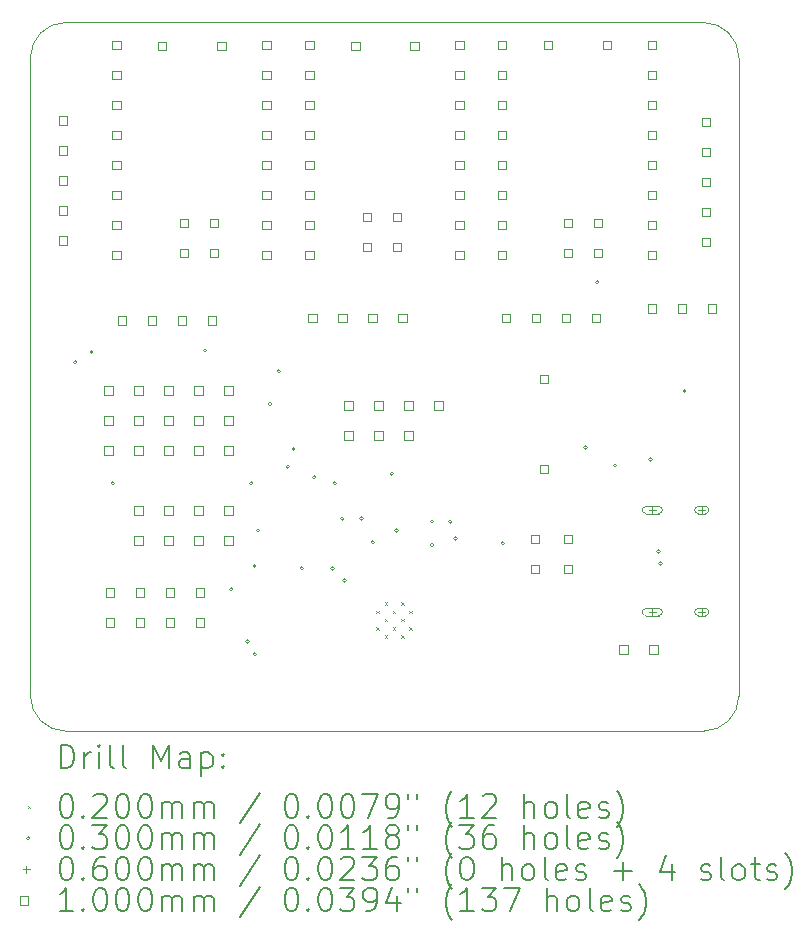
<source format=gbr>
%TF.GenerationSoftware,KiCad,Pcbnew,8.0.3*%
%TF.CreationDate,2024-09-17T15:24:22+02:00*%
%TF.ProjectId,PCB,5043422e-6b69-4636-9164-5f7063625858,rev?*%
%TF.SameCoordinates,Original*%
%TF.FileFunction,Drillmap*%
%TF.FilePolarity,Positive*%
%FSLAX45Y45*%
G04 Gerber Fmt 4.5, Leading zero omitted, Abs format (unit mm)*
G04 Created by KiCad (PCBNEW 8.0.3) date 2024-09-17 15:24:22*
%MOMM*%
%LPD*%
G01*
G04 APERTURE LIST*
%ADD10C,0.050000*%
%ADD11C,0.200000*%
%ADD12C,0.100000*%
G04 APERTURE END LIST*
D10*
X16721000Y-13298000D02*
X11321000Y-13298000D01*
X16721000Y-7298000D02*
G75*
G02*
X17021000Y-7598000I0J-300000D01*
G01*
X11321000Y-7298000D02*
X16721000Y-7298000D01*
X11021000Y-7598000D02*
G75*
G02*
X11321000Y-7298000I300000J0D01*
G01*
X11321000Y-13298000D02*
G75*
G02*
X11021000Y-12998000I0J300000D01*
G01*
X17021000Y-7598000D02*
X17021000Y-12998000D01*
X17021000Y-12998000D02*
G75*
G02*
X16721000Y-13298000I-300000J0D01*
G01*
X11021000Y-12998000D02*
X11021000Y-7598000D01*
D11*
D12*
X13951000Y-12278000D02*
X13971000Y-12298000D01*
X13971000Y-12278000D02*
X13951000Y-12298000D01*
X13951000Y-12418000D02*
X13971000Y-12438000D01*
X13971000Y-12418000D02*
X13951000Y-12438000D01*
X14021000Y-12208000D02*
X14041000Y-12228000D01*
X14041000Y-12208000D02*
X14021000Y-12228000D01*
X14021000Y-12348000D02*
X14041000Y-12368000D01*
X14041000Y-12348000D02*
X14021000Y-12368000D01*
X14021000Y-12488000D02*
X14041000Y-12508000D01*
X14041000Y-12488000D02*
X14021000Y-12508000D01*
X14091000Y-12278000D02*
X14111000Y-12298000D01*
X14111000Y-12278000D02*
X14091000Y-12298000D01*
X14091000Y-12418000D02*
X14111000Y-12438000D01*
X14111000Y-12418000D02*
X14091000Y-12438000D01*
X14161000Y-12208000D02*
X14181000Y-12228000D01*
X14181000Y-12208000D02*
X14161000Y-12228000D01*
X14161000Y-12348000D02*
X14181000Y-12368000D01*
X14181000Y-12348000D02*
X14161000Y-12368000D01*
X14161000Y-12488000D02*
X14181000Y-12508000D01*
X14181000Y-12488000D02*
X14161000Y-12508000D01*
X14231000Y-12278000D02*
X14251000Y-12298000D01*
X14251000Y-12278000D02*
X14231000Y-12298000D01*
X14231000Y-12418000D02*
X14251000Y-12438000D01*
X14251000Y-12418000D02*
X14231000Y-12438000D01*
X11415000Y-10175000D02*
G75*
G02*
X11385000Y-10175000I-15000J0D01*
G01*
X11385000Y-10175000D02*
G75*
G02*
X11415000Y-10175000I15000J0D01*
G01*
X11554000Y-10087500D02*
G75*
G02*
X11524000Y-10087500I-15000J0D01*
G01*
X11524000Y-10087500D02*
G75*
G02*
X11554000Y-10087500I15000J0D01*
G01*
X11735000Y-11200000D02*
G75*
G02*
X11705000Y-11200000I-15000J0D01*
G01*
X11705000Y-11200000D02*
G75*
G02*
X11735000Y-11200000I15000J0D01*
G01*
X12515000Y-10075000D02*
G75*
G02*
X12485000Y-10075000I-15000J0D01*
G01*
X12485000Y-10075000D02*
G75*
G02*
X12515000Y-10075000I15000J0D01*
G01*
X12736000Y-12098000D02*
G75*
G02*
X12706000Y-12098000I-15000J0D01*
G01*
X12706000Y-12098000D02*
G75*
G02*
X12736000Y-12098000I15000J0D01*
G01*
X12875000Y-12540000D02*
G75*
G02*
X12845000Y-12540000I-15000J0D01*
G01*
X12845000Y-12540000D02*
G75*
G02*
X12875000Y-12540000I15000J0D01*
G01*
X12905000Y-11200000D02*
G75*
G02*
X12875000Y-11200000I-15000J0D01*
G01*
X12875000Y-11200000D02*
G75*
G02*
X12905000Y-11200000I15000J0D01*
G01*
X12935000Y-11900000D02*
G75*
G02*
X12905000Y-11900000I-15000J0D01*
G01*
X12905000Y-11900000D02*
G75*
G02*
X12935000Y-11900000I15000J0D01*
G01*
X12936000Y-12648000D02*
G75*
G02*
X12906000Y-12648000I-15000J0D01*
G01*
X12906000Y-12648000D02*
G75*
G02*
X12936000Y-12648000I15000J0D01*
G01*
X12965000Y-11600000D02*
G75*
G02*
X12935000Y-11600000I-15000J0D01*
G01*
X12935000Y-11600000D02*
G75*
G02*
X12965000Y-11600000I15000J0D01*
G01*
X13065000Y-10530000D02*
G75*
G02*
X13035000Y-10530000I-15000J0D01*
G01*
X13035000Y-10530000D02*
G75*
G02*
X13065000Y-10530000I15000J0D01*
G01*
X13140000Y-10250000D02*
G75*
G02*
X13110000Y-10250000I-15000J0D01*
G01*
X13110000Y-10250000D02*
G75*
G02*
X13140000Y-10250000I15000J0D01*
G01*
X13215000Y-11060000D02*
G75*
G02*
X13185000Y-11060000I-15000J0D01*
G01*
X13185000Y-11060000D02*
G75*
G02*
X13215000Y-11060000I15000J0D01*
G01*
X13265000Y-10910000D02*
G75*
G02*
X13235000Y-10910000I-15000J0D01*
G01*
X13235000Y-10910000D02*
G75*
G02*
X13265000Y-10910000I15000J0D01*
G01*
X13335000Y-11920000D02*
G75*
G02*
X13305000Y-11920000I-15000J0D01*
G01*
X13305000Y-11920000D02*
G75*
G02*
X13335000Y-11920000I15000J0D01*
G01*
X13440000Y-11150000D02*
G75*
G02*
X13410000Y-11150000I-15000J0D01*
G01*
X13410000Y-11150000D02*
G75*
G02*
X13440000Y-11150000I15000J0D01*
G01*
X13595000Y-11920000D02*
G75*
G02*
X13565000Y-11920000I-15000J0D01*
G01*
X13565000Y-11920000D02*
G75*
G02*
X13595000Y-11920000I15000J0D01*
G01*
X13615000Y-11200000D02*
G75*
G02*
X13585000Y-11200000I-15000J0D01*
G01*
X13585000Y-11200000D02*
G75*
G02*
X13615000Y-11200000I15000J0D01*
G01*
X13675000Y-11500000D02*
G75*
G02*
X13645000Y-11500000I-15000J0D01*
G01*
X13645000Y-11500000D02*
G75*
G02*
X13675000Y-11500000I15000J0D01*
G01*
X13695000Y-12023000D02*
G75*
G02*
X13665000Y-12023000I-15000J0D01*
G01*
X13665000Y-12023000D02*
G75*
G02*
X13695000Y-12023000I15000J0D01*
G01*
X13840000Y-11500000D02*
G75*
G02*
X13810000Y-11500000I-15000J0D01*
G01*
X13810000Y-11500000D02*
G75*
G02*
X13840000Y-11500000I15000J0D01*
G01*
X13935000Y-11700000D02*
G75*
G02*
X13905000Y-11700000I-15000J0D01*
G01*
X13905000Y-11700000D02*
G75*
G02*
X13935000Y-11700000I15000J0D01*
G01*
X14095000Y-11120000D02*
G75*
G02*
X14065000Y-11120000I-15000J0D01*
G01*
X14065000Y-11120000D02*
G75*
G02*
X14095000Y-11120000I15000J0D01*
G01*
X14136000Y-11598000D02*
G75*
G02*
X14106000Y-11598000I-15000J0D01*
G01*
X14106000Y-11598000D02*
G75*
G02*
X14136000Y-11598000I15000J0D01*
G01*
X14436000Y-11523000D02*
G75*
G02*
X14406000Y-11523000I-15000J0D01*
G01*
X14406000Y-11523000D02*
G75*
G02*
X14436000Y-11523000I15000J0D01*
G01*
X14436000Y-11723000D02*
G75*
G02*
X14406000Y-11723000I-15000J0D01*
G01*
X14406000Y-11723000D02*
G75*
G02*
X14436000Y-11723000I15000J0D01*
G01*
X14590000Y-11525000D02*
G75*
G02*
X14560000Y-11525000I-15000J0D01*
G01*
X14560000Y-11525000D02*
G75*
G02*
X14590000Y-11525000I15000J0D01*
G01*
X14636000Y-11668000D02*
G75*
G02*
X14606000Y-11668000I-15000J0D01*
G01*
X14606000Y-11668000D02*
G75*
G02*
X14636000Y-11668000I15000J0D01*
G01*
X15036000Y-11708000D02*
G75*
G02*
X15006000Y-11708000I-15000J0D01*
G01*
X15006000Y-11708000D02*
G75*
G02*
X15036000Y-11708000I15000J0D01*
G01*
X15736000Y-10898000D02*
G75*
G02*
X15706000Y-10898000I-15000J0D01*
G01*
X15706000Y-10898000D02*
G75*
G02*
X15736000Y-10898000I15000J0D01*
G01*
X15836000Y-9498000D02*
G75*
G02*
X15806000Y-9498000I-15000J0D01*
G01*
X15806000Y-9498000D02*
G75*
G02*
X15836000Y-9498000I15000J0D01*
G01*
X15986000Y-11048000D02*
G75*
G02*
X15956000Y-11048000I-15000J0D01*
G01*
X15956000Y-11048000D02*
G75*
G02*
X15986000Y-11048000I15000J0D01*
G01*
X16286000Y-10998000D02*
G75*
G02*
X16256000Y-10998000I-15000J0D01*
G01*
X16256000Y-10998000D02*
G75*
G02*
X16286000Y-10998000I15000J0D01*
G01*
X16356000Y-11778000D02*
G75*
G02*
X16326000Y-11778000I-15000J0D01*
G01*
X16326000Y-11778000D02*
G75*
G02*
X16356000Y-11778000I15000J0D01*
G01*
X16372073Y-11878926D02*
G75*
G02*
X16342073Y-11878926I-15000J0D01*
G01*
X16342073Y-11878926D02*
G75*
G02*
X16372073Y-11878926I15000J0D01*
G01*
X16575000Y-10420000D02*
G75*
G02*
X16545000Y-10420000I-15000J0D01*
G01*
X16545000Y-10420000D02*
G75*
G02*
X16575000Y-10420000I15000J0D01*
G01*
X16288000Y-11396000D02*
X16288000Y-11456000D01*
X16258000Y-11426000D02*
X16318000Y-11426000D01*
X16233000Y-11456000D02*
X16343000Y-11456000D01*
X16343000Y-11396000D02*
G75*
G02*
X16343000Y-11456000I0J-30000D01*
G01*
X16343000Y-11396000D02*
X16233000Y-11396000D01*
X16233000Y-11396000D02*
G75*
G03*
X16233000Y-11456000I0J-30000D01*
G01*
X16288000Y-12260000D02*
X16288000Y-12320000D01*
X16258000Y-12290000D02*
X16318000Y-12290000D01*
X16233000Y-12320000D02*
X16343000Y-12320000D01*
X16343000Y-12260000D02*
G75*
G02*
X16343000Y-12320000I0J-30000D01*
G01*
X16343000Y-12260000D02*
X16233000Y-12260000D01*
X16233000Y-12260000D02*
G75*
G03*
X16233000Y-12320000I0J-30000D01*
G01*
X16706000Y-11396000D02*
X16706000Y-11456000D01*
X16676000Y-11426000D02*
X16736000Y-11426000D01*
X16676000Y-11456000D02*
X16736000Y-11456000D01*
X16736000Y-11396000D02*
G75*
G02*
X16736000Y-11456000I0J-30000D01*
G01*
X16736000Y-11396000D02*
X16676000Y-11396000D01*
X16676000Y-11396000D02*
G75*
G03*
X16676000Y-11456000I0J-30000D01*
G01*
X16706000Y-12260000D02*
X16706000Y-12320000D01*
X16676000Y-12290000D02*
X16736000Y-12290000D01*
X16676000Y-12320000D02*
X16736000Y-12320000D01*
X16736000Y-12260000D02*
G75*
G02*
X16736000Y-12320000I0J-30000D01*
G01*
X16736000Y-12260000D02*
X16676000Y-12260000D01*
X16676000Y-12260000D02*
G75*
G03*
X16676000Y-12320000I0J-30000D01*
G01*
X11335356Y-8163356D02*
X11335356Y-8092644D01*
X11264644Y-8092644D01*
X11264644Y-8163356D01*
X11335356Y-8163356D01*
X11335356Y-8417356D02*
X11335356Y-8346644D01*
X11264644Y-8346644D01*
X11264644Y-8417356D01*
X11335356Y-8417356D01*
X11335356Y-8671356D02*
X11335356Y-8600644D01*
X11264644Y-8600644D01*
X11264644Y-8671356D01*
X11335356Y-8671356D01*
X11335356Y-8925356D02*
X11335356Y-8854644D01*
X11264644Y-8854644D01*
X11264644Y-8925356D01*
X11335356Y-8925356D01*
X11335356Y-9179356D02*
X11335356Y-9108644D01*
X11264644Y-9108644D01*
X11264644Y-9179356D01*
X11335356Y-9179356D01*
X11719356Y-10449356D02*
X11719356Y-10378644D01*
X11648644Y-10378644D01*
X11648644Y-10449356D01*
X11719356Y-10449356D01*
X11719356Y-10703356D02*
X11719356Y-10632644D01*
X11648644Y-10632644D01*
X11648644Y-10703356D01*
X11719356Y-10703356D01*
X11719356Y-10957356D02*
X11719356Y-10886644D01*
X11648644Y-10886644D01*
X11648644Y-10957356D01*
X11719356Y-10957356D01*
X11733356Y-12161356D02*
X11733356Y-12090644D01*
X11662644Y-12090644D01*
X11662644Y-12161356D01*
X11733356Y-12161356D01*
X11733356Y-12415356D02*
X11733356Y-12344644D01*
X11662644Y-12344644D01*
X11662644Y-12415356D01*
X11733356Y-12415356D01*
X11786356Y-7525356D02*
X11786356Y-7454644D01*
X11715644Y-7454644D01*
X11715644Y-7525356D01*
X11786356Y-7525356D01*
X11786356Y-7779356D02*
X11786356Y-7708644D01*
X11715644Y-7708644D01*
X11715644Y-7779356D01*
X11786356Y-7779356D01*
X11786356Y-8033356D02*
X11786356Y-7962644D01*
X11715644Y-7962644D01*
X11715644Y-8033356D01*
X11786356Y-8033356D01*
X11786356Y-8287356D02*
X11786356Y-8216644D01*
X11715644Y-8216644D01*
X11715644Y-8287356D01*
X11786356Y-8287356D01*
X11786356Y-8541356D02*
X11786356Y-8470644D01*
X11715644Y-8470644D01*
X11715644Y-8541356D01*
X11786356Y-8541356D01*
X11786356Y-8795356D02*
X11786356Y-8724644D01*
X11715644Y-8724644D01*
X11715644Y-8795356D01*
X11786356Y-8795356D01*
X11786356Y-9049356D02*
X11786356Y-8978644D01*
X11715644Y-8978644D01*
X11715644Y-9049356D01*
X11786356Y-9049356D01*
X11786356Y-9303356D02*
X11786356Y-9232644D01*
X11715644Y-9232644D01*
X11715644Y-9303356D01*
X11786356Y-9303356D01*
X11831356Y-9858356D02*
X11831356Y-9787644D01*
X11760644Y-9787644D01*
X11760644Y-9858356D01*
X11831356Y-9858356D01*
X11973356Y-10449356D02*
X11973356Y-10378644D01*
X11902644Y-10378644D01*
X11902644Y-10449356D01*
X11973356Y-10449356D01*
X11973356Y-10703356D02*
X11973356Y-10632644D01*
X11902644Y-10632644D01*
X11902644Y-10703356D01*
X11973356Y-10703356D01*
X11973356Y-10957356D02*
X11973356Y-10886644D01*
X11902644Y-10886644D01*
X11902644Y-10957356D01*
X11973356Y-10957356D01*
X11973356Y-11465356D02*
X11973356Y-11394644D01*
X11902644Y-11394644D01*
X11902644Y-11465356D01*
X11973356Y-11465356D01*
X11973356Y-11719356D02*
X11973356Y-11648644D01*
X11902644Y-11648644D01*
X11902644Y-11719356D01*
X11973356Y-11719356D01*
X11987356Y-12161356D02*
X11987356Y-12090644D01*
X11916644Y-12090644D01*
X11916644Y-12161356D01*
X11987356Y-12161356D01*
X11987356Y-12415356D02*
X11987356Y-12344644D01*
X11916644Y-12344644D01*
X11916644Y-12415356D01*
X11987356Y-12415356D01*
X12085356Y-9858356D02*
X12085356Y-9787644D01*
X12014644Y-9787644D01*
X12014644Y-9858356D01*
X12085356Y-9858356D01*
X12173588Y-7535356D02*
X12173588Y-7464644D01*
X12102877Y-7464644D01*
X12102877Y-7535356D01*
X12173588Y-7535356D01*
X12227356Y-10449356D02*
X12227356Y-10378644D01*
X12156644Y-10378644D01*
X12156644Y-10449356D01*
X12227356Y-10449356D01*
X12227356Y-10703356D02*
X12227356Y-10632644D01*
X12156644Y-10632644D01*
X12156644Y-10703356D01*
X12227356Y-10703356D01*
X12227356Y-10957356D02*
X12227356Y-10886644D01*
X12156644Y-10886644D01*
X12156644Y-10957356D01*
X12227356Y-10957356D01*
X12227356Y-11465356D02*
X12227356Y-11394644D01*
X12156644Y-11394644D01*
X12156644Y-11465356D01*
X12227356Y-11465356D01*
X12227356Y-11719356D02*
X12227356Y-11648644D01*
X12156644Y-11648644D01*
X12156644Y-11719356D01*
X12227356Y-11719356D01*
X12241356Y-12161356D02*
X12241356Y-12090644D01*
X12170644Y-12090644D01*
X12170644Y-12161356D01*
X12241356Y-12161356D01*
X12241356Y-12415356D02*
X12241356Y-12344644D01*
X12170644Y-12344644D01*
X12170644Y-12415356D01*
X12241356Y-12415356D01*
X12339356Y-9858356D02*
X12339356Y-9787644D01*
X12268644Y-9787644D01*
X12268644Y-9858356D01*
X12339356Y-9858356D01*
X12357856Y-9031356D02*
X12357856Y-8960644D01*
X12287144Y-8960644D01*
X12287144Y-9031356D01*
X12357856Y-9031356D01*
X12357856Y-9285356D02*
X12357856Y-9214644D01*
X12287144Y-9214644D01*
X12287144Y-9285356D01*
X12357856Y-9285356D01*
X12481356Y-10449356D02*
X12481356Y-10378644D01*
X12410644Y-10378644D01*
X12410644Y-10449356D01*
X12481356Y-10449356D01*
X12481356Y-10703356D02*
X12481356Y-10632644D01*
X12410644Y-10632644D01*
X12410644Y-10703356D01*
X12481356Y-10703356D01*
X12481356Y-10957356D02*
X12481356Y-10886644D01*
X12410644Y-10886644D01*
X12410644Y-10957356D01*
X12481356Y-10957356D01*
X12481356Y-11465356D02*
X12481356Y-11394644D01*
X12410644Y-11394644D01*
X12410644Y-11465356D01*
X12481356Y-11465356D01*
X12481356Y-11719356D02*
X12481356Y-11648644D01*
X12410644Y-11648644D01*
X12410644Y-11719356D01*
X12481356Y-11719356D01*
X12495356Y-12161356D02*
X12495356Y-12090644D01*
X12424644Y-12090644D01*
X12424644Y-12161356D01*
X12495356Y-12161356D01*
X12495356Y-12415356D02*
X12495356Y-12344644D01*
X12424644Y-12344644D01*
X12424644Y-12415356D01*
X12495356Y-12415356D01*
X12593356Y-9858356D02*
X12593356Y-9787644D01*
X12522644Y-9787644D01*
X12522644Y-9858356D01*
X12593356Y-9858356D01*
X12611856Y-9031356D02*
X12611856Y-8960644D01*
X12541144Y-8960644D01*
X12541144Y-9031356D01*
X12611856Y-9031356D01*
X12611856Y-9285356D02*
X12611856Y-9214644D01*
X12541144Y-9214644D01*
X12541144Y-9285356D01*
X12611856Y-9285356D01*
X12673588Y-7535356D02*
X12673588Y-7464644D01*
X12602877Y-7464644D01*
X12602877Y-7535356D01*
X12673588Y-7535356D01*
X12735356Y-10449356D02*
X12735356Y-10378644D01*
X12664644Y-10378644D01*
X12664644Y-10449356D01*
X12735356Y-10449356D01*
X12735356Y-10703356D02*
X12735356Y-10632644D01*
X12664644Y-10632644D01*
X12664644Y-10703356D01*
X12735356Y-10703356D01*
X12735356Y-10957356D02*
X12735356Y-10886644D01*
X12664644Y-10886644D01*
X12664644Y-10957356D01*
X12735356Y-10957356D01*
X12735356Y-11465356D02*
X12735356Y-11394644D01*
X12664644Y-11394644D01*
X12664644Y-11465356D01*
X12735356Y-11465356D01*
X12735356Y-11719356D02*
X12735356Y-11648644D01*
X12664644Y-11648644D01*
X12664644Y-11719356D01*
X12735356Y-11719356D01*
X13056356Y-7525356D02*
X13056356Y-7454644D01*
X12985644Y-7454644D01*
X12985644Y-7525356D01*
X13056356Y-7525356D01*
X13056356Y-7779356D02*
X13056356Y-7708644D01*
X12985644Y-7708644D01*
X12985644Y-7779356D01*
X13056356Y-7779356D01*
X13056356Y-8033356D02*
X13056356Y-7962644D01*
X12985644Y-7962644D01*
X12985644Y-8033356D01*
X13056356Y-8033356D01*
X13056356Y-8287356D02*
X13056356Y-8216644D01*
X12985644Y-8216644D01*
X12985644Y-8287356D01*
X13056356Y-8287356D01*
X13056356Y-8541356D02*
X13056356Y-8470644D01*
X12985644Y-8470644D01*
X12985644Y-8541356D01*
X13056356Y-8541356D01*
X13056356Y-8795356D02*
X13056356Y-8724644D01*
X12985644Y-8724644D01*
X12985644Y-8795356D01*
X13056356Y-8795356D01*
X13056356Y-9049356D02*
X13056356Y-8978644D01*
X12985644Y-8978644D01*
X12985644Y-9049356D01*
X13056356Y-9049356D01*
X13056356Y-9303356D02*
X13056356Y-9232644D01*
X12985644Y-9232644D01*
X12985644Y-9303356D01*
X13056356Y-9303356D01*
X13418856Y-7525356D02*
X13418856Y-7454644D01*
X13348144Y-7454644D01*
X13348144Y-7525356D01*
X13418856Y-7525356D01*
X13418856Y-7779356D02*
X13418856Y-7708644D01*
X13348144Y-7708644D01*
X13348144Y-7779356D01*
X13418856Y-7779356D01*
X13418856Y-8033356D02*
X13418856Y-7962644D01*
X13348144Y-7962644D01*
X13348144Y-8033356D01*
X13418856Y-8033356D01*
X13418856Y-8287356D02*
X13418856Y-8216644D01*
X13348144Y-8216644D01*
X13348144Y-8287356D01*
X13418856Y-8287356D01*
X13418856Y-8541356D02*
X13418856Y-8470644D01*
X13348144Y-8470644D01*
X13348144Y-8541356D01*
X13418856Y-8541356D01*
X13418856Y-8795356D02*
X13418856Y-8724644D01*
X13348144Y-8724644D01*
X13348144Y-8795356D01*
X13418856Y-8795356D01*
X13418856Y-9049356D02*
X13418856Y-8978644D01*
X13348144Y-8978644D01*
X13348144Y-9049356D01*
X13418856Y-9049356D01*
X13418856Y-9303356D02*
X13418856Y-9232644D01*
X13348144Y-9232644D01*
X13348144Y-9303356D01*
X13418856Y-9303356D01*
X13444356Y-9833356D02*
X13444356Y-9762644D01*
X13373644Y-9762644D01*
X13373644Y-9833356D01*
X13444356Y-9833356D01*
X13698356Y-9833356D02*
X13698356Y-9762644D01*
X13627644Y-9762644D01*
X13627644Y-9833356D01*
X13698356Y-9833356D01*
X13751356Y-10576356D02*
X13751356Y-10505644D01*
X13680644Y-10505644D01*
X13680644Y-10576356D01*
X13751356Y-10576356D01*
X13751356Y-10830356D02*
X13751356Y-10759644D01*
X13680644Y-10759644D01*
X13680644Y-10830356D01*
X13751356Y-10830356D01*
X13808588Y-7535356D02*
X13808588Y-7464644D01*
X13737877Y-7464644D01*
X13737877Y-7535356D01*
X13808588Y-7535356D01*
X13907856Y-8981356D02*
X13907856Y-8910644D01*
X13837144Y-8910644D01*
X13837144Y-8981356D01*
X13907856Y-8981356D01*
X13907856Y-9235356D02*
X13907856Y-9164644D01*
X13837144Y-9164644D01*
X13837144Y-9235356D01*
X13907856Y-9235356D01*
X13952356Y-9833356D02*
X13952356Y-9762644D01*
X13881644Y-9762644D01*
X13881644Y-9833356D01*
X13952356Y-9833356D01*
X14005356Y-10576356D02*
X14005356Y-10505644D01*
X13934644Y-10505644D01*
X13934644Y-10576356D01*
X14005356Y-10576356D01*
X14005356Y-10830356D02*
X14005356Y-10759644D01*
X13934644Y-10759644D01*
X13934644Y-10830356D01*
X14005356Y-10830356D01*
X14161856Y-8981356D02*
X14161856Y-8910644D01*
X14091144Y-8910644D01*
X14091144Y-8981356D01*
X14161856Y-8981356D01*
X14161856Y-9235356D02*
X14161856Y-9164644D01*
X14091144Y-9164644D01*
X14091144Y-9235356D01*
X14161856Y-9235356D01*
X14206356Y-9833356D02*
X14206356Y-9762644D01*
X14135644Y-9762644D01*
X14135644Y-9833356D01*
X14206356Y-9833356D01*
X14259356Y-10576356D02*
X14259356Y-10505644D01*
X14188644Y-10505644D01*
X14188644Y-10576356D01*
X14259356Y-10576356D01*
X14259356Y-10830356D02*
X14259356Y-10759644D01*
X14188644Y-10759644D01*
X14188644Y-10830356D01*
X14259356Y-10830356D01*
X14308588Y-7535356D02*
X14308588Y-7464644D01*
X14237877Y-7464644D01*
X14237877Y-7535356D01*
X14308588Y-7535356D01*
X14513356Y-10576356D02*
X14513356Y-10505644D01*
X14442644Y-10505644D01*
X14442644Y-10576356D01*
X14513356Y-10576356D01*
X14688856Y-7525356D02*
X14688856Y-7454644D01*
X14618144Y-7454644D01*
X14618144Y-7525356D01*
X14688856Y-7525356D01*
X14688856Y-7779356D02*
X14688856Y-7708644D01*
X14618144Y-7708644D01*
X14618144Y-7779356D01*
X14688856Y-7779356D01*
X14688856Y-8033356D02*
X14688856Y-7962644D01*
X14618144Y-7962644D01*
X14618144Y-8033356D01*
X14688856Y-8033356D01*
X14688856Y-8287356D02*
X14688856Y-8216644D01*
X14618144Y-8216644D01*
X14618144Y-8287356D01*
X14688856Y-8287356D01*
X14688856Y-8541356D02*
X14688856Y-8470644D01*
X14618144Y-8470644D01*
X14618144Y-8541356D01*
X14688856Y-8541356D01*
X14688856Y-8795356D02*
X14688856Y-8724644D01*
X14618144Y-8724644D01*
X14618144Y-8795356D01*
X14688856Y-8795356D01*
X14688856Y-9049356D02*
X14688856Y-8978644D01*
X14618144Y-8978644D01*
X14618144Y-9049356D01*
X14688856Y-9049356D01*
X14688856Y-9303356D02*
X14688856Y-9232644D01*
X14618144Y-9232644D01*
X14618144Y-9303356D01*
X14688856Y-9303356D01*
X15051356Y-7525356D02*
X15051356Y-7454644D01*
X14980644Y-7454644D01*
X14980644Y-7525356D01*
X15051356Y-7525356D01*
X15051356Y-7779356D02*
X15051356Y-7708644D01*
X14980644Y-7708644D01*
X14980644Y-7779356D01*
X15051356Y-7779356D01*
X15051356Y-8033356D02*
X15051356Y-7962644D01*
X14980644Y-7962644D01*
X14980644Y-8033356D01*
X15051356Y-8033356D01*
X15051356Y-8287356D02*
X15051356Y-8216644D01*
X14980644Y-8216644D01*
X14980644Y-8287356D01*
X15051356Y-8287356D01*
X15051356Y-8541356D02*
X15051356Y-8470644D01*
X14980644Y-8470644D01*
X14980644Y-8541356D01*
X15051356Y-8541356D01*
X15051356Y-8795356D02*
X15051356Y-8724644D01*
X14980644Y-8724644D01*
X14980644Y-8795356D01*
X15051356Y-8795356D01*
X15051356Y-9049356D02*
X15051356Y-8978644D01*
X14980644Y-8978644D01*
X14980644Y-9049356D01*
X15051356Y-9049356D01*
X15051356Y-9303356D02*
X15051356Y-9232644D01*
X14980644Y-9232644D01*
X14980644Y-9303356D01*
X15051356Y-9303356D01*
X15081356Y-9833356D02*
X15081356Y-9762644D01*
X15010644Y-9762644D01*
X15010644Y-9833356D01*
X15081356Y-9833356D01*
X15329356Y-11706856D02*
X15329356Y-11636144D01*
X15258644Y-11636144D01*
X15258644Y-11706856D01*
X15329356Y-11706856D01*
X15329356Y-11960856D02*
X15329356Y-11890144D01*
X15258644Y-11890144D01*
X15258644Y-11960856D01*
X15329356Y-11960856D01*
X15335356Y-9833356D02*
X15335356Y-9762644D01*
X15264644Y-9762644D01*
X15264644Y-9833356D01*
X15335356Y-9833356D01*
X15406356Y-10353356D02*
X15406356Y-10282644D01*
X15335644Y-10282644D01*
X15335644Y-10353356D01*
X15406356Y-10353356D01*
X15406356Y-11113356D02*
X15406356Y-11042644D01*
X15335644Y-11042644D01*
X15335644Y-11113356D01*
X15406356Y-11113356D01*
X15438588Y-7525356D02*
X15438588Y-7454644D01*
X15367877Y-7454644D01*
X15367877Y-7525356D01*
X15438588Y-7525356D01*
X15589356Y-9833356D02*
X15589356Y-9762644D01*
X15518644Y-9762644D01*
X15518644Y-9833356D01*
X15589356Y-9833356D01*
X15606356Y-11706856D02*
X15606356Y-11636144D01*
X15535644Y-11636144D01*
X15535644Y-11706856D01*
X15606356Y-11706856D01*
X15606356Y-11960856D02*
X15606356Y-11890144D01*
X15535644Y-11890144D01*
X15535644Y-11960856D01*
X15606356Y-11960856D01*
X15607856Y-9031356D02*
X15607856Y-8960644D01*
X15537144Y-8960644D01*
X15537144Y-9031356D01*
X15607856Y-9031356D01*
X15607856Y-9285356D02*
X15607856Y-9214644D01*
X15537144Y-9214644D01*
X15537144Y-9285356D01*
X15607856Y-9285356D01*
X15843356Y-9833356D02*
X15843356Y-9762644D01*
X15772644Y-9762644D01*
X15772644Y-9833356D01*
X15843356Y-9833356D01*
X15861856Y-9031356D02*
X15861856Y-8960644D01*
X15791144Y-8960644D01*
X15791144Y-9031356D01*
X15861856Y-9031356D01*
X15861856Y-9285356D02*
X15861856Y-9214644D01*
X15791144Y-9214644D01*
X15791144Y-9285356D01*
X15861856Y-9285356D01*
X15938588Y-7525356D02*
X15938588Y-7454644D01*
X15867877Y-7454644D01*
X15867877Y-7525356D01*
X15938588Y-7525356D01*
X16079856Y-12643356D02*
X16079856Y-12572644D01*
X16009144Y-12572644D01*
X16009144Y-12643356D01*
X16079856Y-12643356D01*
X16321356Y-7525356D02*
X16321356Y-7454644D01*
X16250644Y-7454644D01*
X16250644Y-7525356D01*
X16321356Y-7525356D01*
X16321356Y-7779356D02*
X16321356Y-7708644D01*
X16250644Y-7708644D01*
X16250644Y-7779356D01*
X16321356Y-7779356D01*
X16321356Y-8033356D02*
X16321356Y-7962644D01*
X16250644Y-7962644D01*
X16250644Y-8033356D01*
X16321356Y-8033356D01*
X16321356Y-8287356D02*
X16321356Y-8216644D01*
X16250644Y-8216644D01*
X16250644Y-8287356D01*
X16321356Y-8287356D01*
X16321356Y-8541356D02*
X16321356Y-8470644D01*
X16250644Y-8470644D01*
X16250644Y-8541356D01*
X16321356Y-8541356D01*
X16321356Y-8795356D02*
X16321356Y-8724644D01*
X16250644Y-8724644D01*
X16250644Y-8795356D01*
X16321356Y-8795356D01*
X16321356Y-9049356D02*
X16321356Y-8978644D01*
X16250644Y-8978644D01*
X16250644Y-9049356D01*
X16321356Y-9049356D01*
X16321356Y-9303356D02*
X16321356Y-9232644D01*
X16250644Y-9232644D01*
X16250644Y-9303356D01*
X16321356Y-9303356D01*
X16321356Y-9755356D02*
X16321356Y-9684644D01*
X16250644Y-9684644D01*
X16250644Y-9755356D01*
X16321356Y-9755356D01*
X16333856Y-12643356D02*
X16333856Y-12572644D01*
X16263144Y-12572644D01*
X16263144Y-12643356D01*
X16333856Y-12643356D01*
X16575356Y-9755356D02*
X16575356Y-9684644D01*
X16504644Y-9684644D01*
X16504644Y-9755356D01*
X16575356Y-9755356D01*
X16775356Y-8175356D02*
X16775356Y-8104644D01*
X16704644Y-8104644D01*
X16704644Y-8175356D01*
X16775356Y-8175356D01*
X16775356Y-8429356D02*
X16775356Y-8358644D01*
X16704644Y-8358644D01*
X16704644Y-8429356D01*
X16775356Y-8429356D01*
X16775356Y-8683356D02*
X16775356Y-8612644D01*
X16704644Y-8612644D01*
X16704644Y-8683356D01*
X16775356Y-8683356D01*
X16775356Y-8937356D02*
X16775356Y-8866644D01*
X16704644Y-8866644D01*
X16704644Y-8937356D01*
X16775356Y-8937356D01*
X16775356Y-9191356D02*
X16775356Y-9120644D01*
X16704644Y-9120644D01*
X16704644Y-9191356D01*
X16775356Y-9191356D01*
X16829356Y-9755356D02*
X16829356Y-9684644D01*
X16758644Y-9684644D01*
X16758644Y-9755356D01*
X16829356Y-9755356D01*
D11*
X11279277Y-13611984D02*
X11279277Y-13411984D01*
X11279277Y-13411984D02*
X11326896Y-13411984D01*
X11326896Y-13411984D02*
X11355467Y-13421508D01*
X11355467Y-13421508D02*
X11374515Y-13440555D01*
X11374515Y-13440555D02*
X11384039Y-13459603D01*
X11384039Y-13459603D02*
X11393562Y-13497698D01*
X11393562Y-13497698D02*
X11393562Y-13526269D01*
X11393562Y-13526269D02*
X11384039Y-13564365D01*
X11384039Y-13564365D02*
X11374515Y-13583412D01*
X11374515Y-13583412D02*
X11355467Y-13602460D01*
X11355467Y-13602460D02*
X11326896Y-13611984D01*
X11326896Y-13611984D02*
X11279277Y-13611984D01*
X11479277Y-13611984D02*
X11479277Y-13478650D01*
X11479277Y-13516746D02*
X11488801Y-13497698D01*
X11488801Y-13497698D02*
X11498324Y-13488174D01*
X11498324Y-13488174D02*
X11517372Y-13478650D01*
X11517372Y-13478650D02*
X11536420Y-13478650D01*
X11603086Y-13611984D02*
X11603086Y-13478650D01*
X11603086Y-13411984D02*
X11593562Y-13421508D01*
X11593562Y-13421508D02*
X11603086Y-13431031D01*
X11603086Y-13431031D02*
X11612610Y-13421508D01*
X11612610Y-13421508D02*
X11603086Y-13411984D01*
X11603086Y-13411984D02*
X11603086Y-13431031D01*
X11726896Y-13611984D02*
X11707848Y-13602460D01*
X11707848Y-13602460D02*
X11698324Y-13583412D01*
X11698324Y-13583412D02*
X11698324Y-13411984D01*
X11831658Y-13611984D02*
X11812610Y-13602460D01*
X11812610Y-13602460D02*
X11803086Y-13583412D01*
X11803086Y-13583412D02*
X11803086Y-13411984D01*
X12060229Y-13611984D02*
X12060229Y-13411984D01*
X12060229Y-13411984D02*
X12126896Y-13554841D01*
X12126896Y-13554841D02*
X12193562Y-13411984D01*
X12193562Y-13411984D02*
X12193562Y-13611984D01*
X12374515Y-13611984D02*
X12374515Y-13507222D01*
X12374515Y-13507222D02*
X12364991Y-13488174D01*
X12364991Y-13488174D02*
X12345943Y-13478650D01*
X12345943Y-13478650D02*
X12307848Y-13478650D01*
X12307848Y-13478650D02*
X12288801Y-13488174D01*
X12374515Y-13602460D02*
X12355467Y-13611984D01*
X12355467Y-13611984D02*
X12307848Y-13611984D01*
X12307848Y-13611984D02*
X12288801Y-13602460D01*
X12288801Y-13602460D02*
X12279277Y-13583412D01*
X12279277Y-13583412D02*
X12279277Y-13564365D01*
X12279277Y-13564365D02*
X12288801Y-13545317D01*
X12288801Y-13545317D02*
X12307848Y-13535793D01*
X12307848Y-13535793D02*
X12355467Y-13535793D01*
X12355467Y-13535793D02*
X12374515Y-13526269D01*
X12469753Y-13478650D02*
X12469753Y-13678650D01*
X12469753Y-13488174D02*
X12488801Y-13478650D01*
X12488801Y-13478650D02*
X12526896Y-13478650D01*
X12526896Y-13478650D02*
X12545943Y-13488174D01*
X12545943Y-13488174D02*
X12555467Y-13497698D01*
X12555467Y-13497698D02*
X12564991Y-13516746D01*
X12564991Y-13516746D02*
X12564991Y-13573888D01*
X12564991Y-13573888D02*
X12555467Y-13592936D01*
X12555467Y-13592936D02*
X12545943Y-13602460D01*
X12545943Y-13602460D02*
X12526896Y-13611984D01*
X12526896Y-13611984D02*
X12488801Y-13611984D01*
X12488801Y-13611984D02*
X12469753Y-13602460D01*
X12650705Y-13592936D02*
X12660229Y-13602460D01*
X12660229Y-13602460D02*
X12650705Y-13611984D01*
X12650705Y-13611984D02*
X12641182Y-13602460D01*
X12641182Y-13602460D02*
X12650705Y-13592936D01*
X12650705Y-13592936D02*
X12650705Y-13611984D01*
X12650705Y-13488174D02*
X12660229Y-13497698D01*
X12660229Y-13497698D02*
X12650705Y-13507222D01*
X12650705Y-13507222D02*
X12641182Y-13497698D01*
X12641182Y-13497698D02*
X12650705Y-13488174D01*
X12650705Y-13488174D02*
X12650705Y-13507222D01*
D12*
X10998500Y-13930500D02*
X11018500Y-13950500D01*
X11018500Y-13930500D02*
X10998500Y-13950500D01*
D11*
X11317372Y-13831984D02*
X11336420Y-13831984D01*
X11336420Y-13831984D02*
X11355467Y-13841508D01*
X11355467Y-13841508D02*
X11364991Y-13851031D01*
X11364991Y-13851031D02*
X11374515Y-13870079D01*
X11374515Y-13870079D02*
X11384039Y-13908174D01*
X11384039Y-13908174D02*
X11384039Y-13955793D01*
X11384039Y-13955793D02*
X11374515Y-13993888D01*
X11374515Y-13993888D02*
X11364991Y-14012936D01*
X11364991Y-14012936D02*
X11355467Y-14022460D01*
X11355467Y-14022460D02*
X11336420Y-14031984D01*
X11336420Y-14031984D02*
X11317372Y-14031984D01*
X11317372Y-14031984D02*
X11298324Y-14022460D01*
X11298324Y-14022460D02*
X11288801Y-14012936D01*
X11288801Y-14012936D02*
X11279277Y-13993888D01*
X11279277Y-13993888D02*
X11269753Y-13955793D01*
X11269753Y-13955793D02*
X11269753Y-13908174D01*
X11269753Y-13908174D02*
X11279277Y-13870079D01*
X11279277Y-13870079D02*
X11288801Y-13851031D01*
X11288801Y-13851031D02*
X11298324Y-13841508D01*
X11298324Y-13841508D02*
X11317372Y-13831984D01*
X11469753Y-14012936D02*
X11479277Y-14022460D01*
X11479277Y-14022460D02*
X11469753Y-14031984D01*
X11469753Y-14031984D02*
X11460229Y-14022460D01*
X11460229Y-14022460D02*
X11469753Y-14012936D01*
X11469753Y-14012936D02*
X11469753Y-14031984D01*
X11555467Y-13851031D02*
X11564991Y-13841508D01*
X11564991Y-13841508D02*
X11584039Y-13831984D01*
X11584039Y-13831984D02*
X11631658Y-13831984D01*
X11631658Y-13831984D02*
X11650705Y-13841508D01*
X11650705Y-13841508D02*
X11660229Y-13851031D01*
X11660229Y-13851031D02*
X11669753Y-13870079D01*
X11669753Y-13870079D02*
X11669753Y-13889127D01*
X11669753Y-13889127D02*
X11660229Y-13917698D01*
X11660229Y-13917698D02*
X11545943Y-14031984D01*
X11545943Y-14031984D02*
X11669753Y-14031984D01*
X11793562Y-13831984D02*
X11812610Y-13831984D01*
X11812610Y-13831984D02*
X11831658Y-13841508D01*
X11831658Y-13841508D02*
X11841182Y-13851031D01*
X11841182Y-13851031D02*
X11850705Y-13870079D01*
X11850705Y-13870079D02*
X11860229Y-13908174D01*
X11860229Y-13908174D02*
X11860229Y-13955793D01*
X11860229Y-13955793D02*
X11850705Y-13993888D01*
X11850705Y-13993888D02*
X11841182Y-14012936D01*
X11841182Y-14012936D02*
X11831658Y-14022460D01*
X11831658Y-14022460D02*
X11812610Y-14031984D01*
X11812610Y-14031984D02*
X11793562Y-14031984D01*
X11793562Y-14031984D02*
X11774515Y-14022460D01*
X11774515Y-14022460D02*
X11764991Y-14012936D01*
X11764991Y-14012936D02*
X11755467Y-13993888D01*
X11755467Y-13993888D02*
X11745943Y-13955793D01*
X11745943Y-13955793D02*
X11745943Y-13908174D01*
X11745943Y-13908174D02*
X11755467Y-13870079D01*
X11755467Y-13870079D02*
X11764991Y-13851031D01*
X11764991Y-13851031D02*
X11774515Y-13841508D01*
X11774515Y-13841508D02*
X11793562Y-13831984D01*
X11984039Y-13831984D02*
X12003086Y-13831984D01*
X12003086Y-13831984D02*
X12022134Y-13841508D01*
X12022134Y-13841508D02*
X12031658Y-13851031D01*
X12031658Y-13851031D02*
X12041182Y-13870079D01*
X12041182Y-13870079D02*
X12050705Y-13908174D01*
X12050705Y-13908174D02*
X12050705Y-13955793D01*
X12050705Y-13955793D02*
X12041182Y-13993888D01*
X12041182Y-13993888D02*
X12031658Y-14012936D01*
X12031658Y-14012936D02*
X12022134Y-14022460D01*
X12022134Y-14022460D02*
X12003086Y-14031984D01*
X12003086Y-14031984D02*
X11984039Y-14031984D01*
X11984039Y-14031984D02*
X11964991Y-14022460D01*
X11964991Y-14022460D02*
X11955467Y-14012936D01*
X11955467Y-14012936D02*
X11945943Y-13993888D01*
X11945943Y-13993888D02*
X11936420Y-13955793D01*
X11936420Y-13955793D02*
X11936420Y-13908174D01*
X11936420Y-13908174D02*
X11945943Y-13870079D01*
X11945943Y-13870079D02*
X11955467Y-13851031D01*
X11955467Y-13851031D02*
X11964991Y-13841508D01*
X11964991Y-13841508D02*
X11984039Y-13831984D01*
X12136420Y-14031984D02*
X12136420Y-13898650D01*
X12136420Y-13917698D02*
X12145943Y-13908174D01*
X12145943Y-13908174D02*
X12164991Y-13898650D01*
X12164991Y-13898650D02*
X12193563Y-13898650D01*
X12193563Y-13898650D02*
X12212610Y-13908174D01*
X12212610Y-13908174D02*
X12222134Y-13927222D01*
X12222134Y-13927222D02*
X12222134Y-14031984D01*
X12222134Y-13927222D02*
X12231658Y-13908174D01*
X12231658Y-13908174D02*
X12250705Y-13898650D01*
X12250705Y-13898650D02*
X12279277Y-13898650D01*
X12279277Y-13898650D02*
X12298324Y-13908174D01*
X12298324Y-13908174D02*
X12307848Y-13927222D01*
X12307848Y-13927222D02*
X12307848Y-14031984D01*
X12403086Y-14031984D02*
X12403086Y-13898650D01*
X12403086Y-13917698D02*
X12412610Y-13908174D01*
X12412610Y-13908174D02*
X12431658Y-13898650D01*
X12431658Y-13898650D02*
X12460229Y-13898650D01*
X12460229Y-13898650D02*
X12479277Y-13908174D01*
X12479277Y-13908174D02*
X12488801Y-13927222D01*
X12488801Y-13927222D02*
X12488801Y-14031984D01*
X12488801Y-13927222D02*
X12498324Y-13908174D01*
X12498324Y-13908174D02*
X12517372Y-13898650D01*
X12517372Y-13898650D02*
X12545943Y-13898650D01*
X12545943Y-13898650D02*
X12564991Y-13908174D01*
X12564991Y-13908174D02*
X12574515Y-13927222D01*
X12574515Y-13927222D02*
X12574515Y-14031984D01*
X12964991Y-13822460D02*
X12793563Y-14079603D01*
X13222134Y-13831984D02*
X13241182Y-13831984D01*
X13241182Y-13831984D02*
X13260229Y-13841508D01*
X13260229Y-13841508D02*
X13269753Y-13851031D01*
X13269753Y-13851031D02*
X13279277Y-13870079D01*
X13279277Y-13870079D02*
X13288801Y-13908174D01*
X13288801Y-13908174D02*
X13288801Y-13955793D01*
X13288801Y-13955793D02*
X13279277Y-13993888D01*
X13279277Y-13993888D02*
X13269753Y-14012936D01*
X13269753Y-14012936D02*
X13260229Y-14022460D01*
X13260229Y-14022460D02*
X13241182Y-14031984D01*
X13241182Y-14031984D02*
X13222134Y-14031984D01*
X13222134Y-14031984D02*
X13203086Y-14022460D01*
X13203086Y-14022460D02*
X13193563Y-14012936D01*
X13193563Y-14012936D02*
X13184039Y-13993888D01*
X13184039Y-13993888D02*
X13174515Y-13955793D01*
X13174515Y-13955793D02*
X13174515Y-13908174D01*
X13174515Y-13908174D02*
X13184039Y-13870079D01*
X13184039Y-13870079D02*
X13193563Y-13851031D01*
X13193563Y-13851031D02*
X13203086Y-13841508D01*
X13203086Y-13841508D02*
X13222134Y-13831984D01*
X13374515Y-14012936D02*
X13384039Y-14022460D01*
X13384039Y-14022460D02*
X13374515Y-14031984D01*
X13374515Y-14031984D02*
X13364991Y-14022460D01*
X13364991Y-14022460D02*
X13374515Y-14012936D01*
X13374515Y-14012936D02*
X13374515Y-14031984D01*
X13507848Y-13831984D02*
X13526896Y-13831984D01*
X13526896Y-13831984D02*
X13545944Y-13841508D01*
X13545944Y-13841508D02*
X13555467Y-13851031D01*
X13555467Y-13851031D02*
X13564991Y-13870079D01*
X13564991Y-13870079D02*
X13574515Y-13908174D01*
X13574515Y-13908174D02*
X13574515Y-13955793D01*
X13574515Y-13955793D02*
X13564991Y-13993888D01*
X13564991Y-13993888D02*
X13555467Y-14012936D01*
X13555467Y-14012936D02*
X13545944Y-14022460D01*
X13545944Y-14022460D02*
X13526896Y-14031984D01*
X13526896Y-14031984D02*
X13507848Y-14031984D01*
X13507848Y-14031984D02*
X13488801Y-14022460D01*
X13488801Y-14022460D02*
X13479277Y-14012936D01*
X13479277Y-14012936D02*
X13469753Y-13993888D01*
X13469753Y-13993888D02*
X13460229Y-13955793D01*
X13460229Y-13955793D02*
X13460229Y-13908174D01*
X13460229Y-13908174D02*
X13469753Y-13870079D01*
X13469753Y-13870079D02*
X13479277Y-13851031D01*
X13479277Y-13851031D02*
X13488801Y-13841508D01*
X13488801Y-13841508D02*
X13507848Y-13831984D01*
X13698325Y-13831984D02*
X13717372Y-13831984D01*
X13717372Y-13831984D02*
X13736420Y-13841508D01*
X13736420Y-13841508D02*
X13745944Y-13851031D01*
X13745944Y-13851031D02*
X13755467Y-13870079D01*
X13755467Y-13870079D02*
X13764991Y-13908174D01*
X13764991Y-13908174D02*
X13764991Y-13955793D01*
X13764991Y-13955793D02*
X13755467Y-13993888D01*
X13755467Y-13993888D02*
X13745944Y-14012936D01*
X13745944Y-14012936D02*
X13736420Y-14022460D01*
X13736420Y-14022460D02*
X13717372Y-14031984D01*
X13717372Y-14031984D02*
X13698325Y-14031984D01*
X13698325Y-14031984D02*
X13679277Y-14022460D01*
X13679277Y-14022460D02*
X13669753Y-14012936D01*
X13669753Y-14012936D02*
X13660229Y-13993888D01*
X13660229Y-13993888D02*
X13650706Y-13955793D01*
X13650706Y-13955793D02*
X13650706Y-13908174D01*
X13650706Y-13908174D02*
X13660229Y-13870079D01*
X13660229Y-13870079D02*
X13669753Y-13851031D01*
X13669753Y-13851031D02*
X13679277Y-13841508D01*
X13679277Y-13841508D02*
X13698325Y-13831984D01*
X13831658Y-13831984D02*
X13964991Y-13831984D01*
X13964991Y-13831984D02*
X13879277Y-14031984D01*
X14050706Y-14031984D02*
X14088801Y-14031984D01*
X14088801Y-14031984D02*
X14107848Y-14022460D01*
X14107848Y-14022460D02*
X14117372Y-14012936D01*
X14117372Y-14012936D02*
X14136420Y-13984365D01*
X14136420Y-13984365D02*
X14145944Y-13946269D01*
X14145944Y-13946269D02*
X14145944Y-13870079D01*
X14145944Y-13870079D02*
X14136420Y-13851031D01*
X14136420Y-13851031D02*
X14126896Y-13841508D01*
X14126896Y-13841508D02*
X14107848Y-13831984D01*
X14107848Y-13831984D02*
X14069753Y-13831984D01*
X14069753Y-13831984D02*
X14050706Y-13841508D01*
X14050706Y-13841508D02*
X14041182Y-13851031D01*
X14041182Y-13851031D02*
X14031658Y-13870079D01*
X14031658Y-13870079D02*
X14031658Y-13917698D01*
X14031658Y-13917698D02*
X14041182Y-13936746D01*
X14041182Y-13936746D02*
X14050706Y-13946269D01*
X14050706Y-13946269D02*
X14069753Y-13955793D01*
X14069753Y-13955793D02*
X14107848Y-13955793D01*
X14107848Y-13955793D02*
X14126896Y-13946269D01*
X14126896Y-13946269D02*
X14136420Y-13936746D01*
X14136420Y-13936746D02*
X14145944Y-13917698D01*
X14222134Y-13831984D02*
X14222134Y-13870079D01*
X14298325Y-13831984D02*
X14298325Y-13870079D01*
X14593563Y-14108174D02*
X14584039Y-14098650D01*
X14584039Y-14098650D02*
X14564991Y-14070079D01*
X14564991Y-14070079D02*
X14555468Y-14051031D01*
X14555468Y-14051031D02*
X14545944Y-14022460D01*
X14545944Y-14022460D02*
X14536420Y-13974841D01*
X14536420Y-13974841D02*
X14536420Y-13936746D01*
X14536420Y-13936746D02*
X14545944Y-13889127D01*
X14545944Y-13889127D02*
X14555468Y-13860555D01*
X14555468Y-13860555D02*
X14564991Y-13841508D01*
X14564991Y-13841508D02*
X14584039Y-13812936D01*
X14584039Y-13812936D02*
X14593563Y-13803412D01*
X14774515Y-14031984D02*
X14660229Y-14031984D01*
X14717372Y-14031984D02*
X14717372Y-13831984D01*
X14717372Y-13831984D02*
X14698325Y-13860555D01*
X14698325Y-13860555D02*
X14679277Y-13879603D01*
X14679277Y-13879603D02*
X14660229Y-13889127D01*
X14850706Y-13851031D02*
X14860229Y-13841508D01*
X14860229Y-13841508D02*
X14879277Y-13831984D01*
X14879277Y-13831984D02*
X14926896Y-13831984D01*
X14926896Y-13831984D02*
X14945944Y-13841508D01*
X14945944Y-13841508D02*
X14955468Y-13851031D01*
X14955468Y-13851031D02*
X14964991Y-13870079D01*
X14964991Y-13870079D02*
X14964991Y-13889127D01*
X14964991Y-13889127D02*
X14955468Y-13917698D01*
X14955468Y-13917698D02*
X14841182Y-14031984D01*
X14841182Y-14031984D02*
X14964991Y-14031984D01*
X15203087Y-14031984D02*
X15203087Y-13831984D01*
X15288801Y-14031984D02*
X15288801Y-13927222D01*
X15288801Y-13927222D02*
X15279277Y-13908174D01*
X15279277Y-13908174D02*
X15260230Y-13898650D01*
X15260230Y-13898650D02*
X15231658Y-13898650D01*
X15231658Y-13898650D02*
X15212610Y-13908174D01*
X15212610Y-13908174D02*
X15203087Y-13917698D01*
X15412610Y-14031984D02*
X15393563Y-14022460D01*
X15393563Y-14022460D02*
X15384039Y-14012936D01*
X15384039Y-14012936D02*
X15374515Y-13993888D01*
X15374515Y-13993888D02*
X15374515Y-13936746D01*
X15374515Y-13936746D02*
X15384039Y-13917698D01*
X15384039Y-13917698D02*
X15393563Y-13908174D01*
X15393563Y-13908174D02*
X15412610Y-13898650D01*
X15412610Y-13898650D02*
X15441182Y-13898650D01*
X15441182Y-13898650D02*
X15460230Y-13908174D01*
X15460230Y-13908174D02*
X15469753Y-13917698D01*
X15469753Y-13917698D02*
X15479277Y-13936746D01*
X15479277Y-13936746D02*
X15479277Y-13993888D01*
X15479277Y-13993888D02*
X15469753Y-14012936D01*
X15469753Y-14012936D02*
X15460230Y-14022460D01*
X15460230Y-14022460D02*
X15441182Y-14031984D01*
X15441182Y-14031984D02*
X15412610Y-14031984D01*
X15593563Y-14031984D02*
X15574515Y-14022460D01*
X15574515Y-14022460D02*
X15564991Y-14003412D01*
X15564991Y-14003412D02*
X15564991Y-13831984D01*
X15745944Y-14022460D02*
X15726896Y-14031984D01*
X15726896Y-14031984D02*
X15688801Y-14031984D01*
X15688801Y-14031984D02*
X15669753Y-14022460D01*
X15669753Y-14022460D02*
X15660230Y-14003412D01*
X15660230Y-14003412D02*
X15660230Y-13927222D01*
X15660230Y-13927222D02*
X15669753Y-13908174D01*
X15669753Y-13908174D02*
X15688801Y-13898650D01*
X15688801Y-13898650D02*
X15726896Y-13898650D01*
X15726896Y-13898650D02*
X15745944Y-13908174D01*
X15745944Y-13908174D02*
X15755468Y-13927222D01*
X15755468Y-13927222D02*
X15755468Y-13946269D01*
X15755468Y-13946269D02*
X15660230Y-13965317D01*
X15831658Y-14022460D02*
X15850706Y-14031984D01*
X15850706Y-14031984D02*
X15888801Y-14031984D01*
X15888801Y-14031984D02*
X15907849Y-14022460D01*
X15907849Y-14022460D02*
X15917372Y-14003412D01*
X15917372Y-14003412D02*
X15917372Y-13993888D01*
X15917372Y-13993888D02*
X15907849Y-13974841D01*
X15907849Y-13974841D02*
X15888801Y-13965317D01*
X15888801Y-13965317D02*
X15860230Y-13965317D01*
X15860230Y-13965317D02*
X15841182Y-13955793D01*
X15841182Y-13955793D02*
X15831658Y-13936746D01*
X15831658Y-13936746D02*
X15831658Y-13927222D01*
X15831658Y-13927222D02*
X15841182Y-13908174D01*
X15841182Y-13908174D02*
X15860230Y-13898650D01*
X15860230Y-13898650D02*
X15888801Y-13898650D01*
X15888801Y-13898650D02*
X15907849Y-13908174D01*
X15984039Y-14108174D02*
X15993563Y-14098650D01*
X15993563Y-14098650D02*
X16012611Y-14070079D01*
X16012611Y-14070079D02*
X16022134Y-14051031D01*
X16022134Y-14051031D02*
X16031658Y-14022460D01*
X16031658Y-14022460D02*
X16041182Y-13974841D01*
X16041182Y-13974841D02*
X16041182Y-13936746D01*
X16041182Y-13936746D02*
X16031658Y-13889127D01*
X16031658Y-13889127D02*
X16022134Y-13860555D01*
X16022134Y-13860555D02*
X16012611Y-13841508D01*
X16012611Y-13841508D02*
X15993563Y-13812936D01*
X15993563Y-13812936D02*
X15984039Y-13803412D01*
D12*
X11018500Y-14204500D02*
G75*
G02*
X10988500Y-14204500I-15000J0D01*
G01*
X10988500Y-14204500D02*
G75*
G02*
X11018500Y-14204500I15000J0D01*
G01*
D11*
X11317372Y-14095984D02*
X11336420Y-14095984D01*
X11336420Y-14095984D02*
X11355467Y-14105508D01*
X11355467Y-14105508D02*
X11364991Y-14115031D01*
X11364991Y-14115031D02*
X11374515Y-14134079D01*
X11374515Y-14134079D02*
X11384039Y-14172174D01*
X11384039Y-14172174D02*
X11384039Y-14219793D01*
X11384039Y-14219793D02*
X11374515Y-14257888D01*
X11374515Y-14257888D02*
X11364991Y-14276936D01*
X11364991Y-14276936D02*
X11355467Y-14286460D01*
X11355467Y-14286460D02*
X11336420Y-14295984D01*
X11336420Y-14295984D02*
X11317372Y-14295984D01*
X11317372Y-14295984D02*
X11298324Y-14286460D01*
X11298324Y-14286460D02*
X11288801Y-14276936D01*
X11288801Y-14276936D02*
X11279277Y-14257888D01*
X11279277Y-14257888D02*
X11269753Y-14219793D01*
X11269753Y-14219793D02*
X11269753Y-14172174D01*
X11269753Y-14172174D02*
X11279277Y-14134079D01*
X11279277Y-14134079D02*
X11288801Y-14115031D01*
X11288801Y-14115031D02*
X11298324Y-14105508D01*
X11298324Y-14105508D02*
X11317372Y-14095984D01*
X11469753Y-14276936D02*
X11479277Y-14286460D01*
X11479277Y-14286460D02*
X11469753Y-14295984D01*
X11469753Y-14295984D02*
X11460229Y-14286460D01*
X11460229Y-14286460D02*
X11469753Y-14276936D01*
X11469753Y-14276936D02*
X11469753Y-14295984D01*
X11545943Y-14095984D02*
X11669753Y-14095984D01*
X11669753Y-14095984D02*
X11603086Y-14172174D01*
X11603086Y-14172174D02*
X11631658Y-14172174D01*
X11631658Y-14172174D02*
X11650705Y-14181698D01*
X11650705Y-14181698D02*
X11660229Y-14191222D01*
X11660229Y-14191222D02*
X11669753Y-14210269D01*
X11669753Y-14210269D02*
X11669753Y-14257888D01*
X11669753Y-14257888D02*
X11660229Y-14276936D01*
X11660229Y-14276936D02*
X11650705Y-14286460D01*
X11650705Y-14286460D02*
X11631658Y-14295984D01*
X11631658Y-14295984D02*
X11574515Y-14295984D01*
X11574515Y-14295984D02*
X11555467Y-14286460D01*
X11555467Y-14286460D02*
X11545943Y-14276936D01*
X11793562Y-14095984D02*
X11812610Y-14095984D01*
X11812610Y-14095984D02*
X11831658Y-14105508D01*
X11831658Y-14105508D02*
X11841182Y-14115031D01*
X11841182Y-14115031D02*
X11850705Y-14134079D01*
X11850705Y-14134079D02*
X11860229Y-14172174D01*
X11860229Y-14172174D02*
X11860229Y-14219793D01*
X11860229Y-14219793D02*
X11850705Y-14257888D01*
X11850705Y-14257888D02*
X11841182Y-14276936D01*
X11841182Y-14276936D02*
X11831658Y-14286460D01*
X11831658Y-14286460D02*
X11812610Y-14295984D01*
X11812610Y-14295984D02*
X11793562Y-14295984D01*
X11793562Y-14295984D02*
X11774515Y-14286460D01*
X11774515Y-14286460D02*
X11764991Y-14276936D01*
X11764991Y-14276936D02*
X11755467Y-14257888D01*
X11755467Y-14257888D02*
X11745943Y-14219793D01*
X11745943Y-14219793D02*
X11745943Y-14172174D01*
X11745943Y-14172174D02*
X11755467Y-14134079D01*
X11755467Y-14134079D02*
X11764991Y-14115031D01*
X11764991Y-14115031D02*
X11774515Y-14105508D01*
X11774515Y-14105508D02*
X11793562Y-14095984D01*
X11984039Y-14095984D02*
X12003086Y-14095984D01*
X12003086Y-14095984D02*
X12022134Y-14105508D01*
X12022134Y-14105508D02*
X12031658Y-14115031D01*
X12031658Y-14115031D02*
X12041182Y-14134079D01*
X12041182Y-14134079D02*
X12050705Y-14172174D01*
X12050705Y-14172174D02*
X12050705Y-14219793D01*
X12050705Y-14219793D02*
X12041182Y-14257888D01*
X12041182Y-14257888D02*
X12031658Y-14276936D01*
X12031658Y-14276936D02*
X12022134Y-14286460D01*
X12022134Y-14286460D02*
X12003086Y-14295984D01*
X12003086Y-14295984D02*
X11984039Y-14295984D01*
X11984039Y-14295984D02*
X11964991Y-14286460D01*
X11964991Y-14286460D02*
X11955467Y-14276936D01*
X11955467Y-14276936D02*
X11945943Y-14257888D01*
X11945943Y-14257888D02*
X11936420Y-14219793D01*
X11936420Y-14219793D02*
X11936420Y-14172174D01*
X11936420Y-14172174D02*
X11945943Y-14134079D01*
X11945943Y-14134079D02*
X11955467Y-14115031D01*
X11955467Y-14115031D02*
X11964991Y-14105508D01*
X11964991Y-14105508D02*
X11984039Y-14095984D01*
X12136420Y-14295984D02*
X12136420Y-14162650D01*
X12136420Y-14181698D02*
X12145943Y-14172174D01*
X12145943Y-14172174D02*
X12164991Y-14162650D01*
X12164991Y-14162650D02*
X12193563Y-14162650D01*
X12193563Y-14162650D02*
X12212610Y-14172174D01*
X12212610Y-14172174D02*
X12222134Y-14191222D01*
X12222134Y-14191222D02*
X12222134Y-14295984D01*
X12222134Y-14191222D02*
X12231658Y-14172174D01*
X12231658Y-14172174D02*
X12250705Y-14162650D01*
X12250705Y-14162650D02*
X12279277Y-14162650D01*
X12279277Y-14162650D02*
X12298324Y-14172174D01*
X12298324Y-14172174D02*
X12307848Y-14191222D01*
X12307848Y-14191222D02*
X12307848Y-14295984D01*
X12403086Y-14295984D02*
X12403086Y-14162650D01*
X12403086Y-14181698D02*
X12412610Y-14172174D01*
X12412610Y-14172174D02*
X12431658Y-14162650D01*
X12431658Y-14162650D02*
X12460229Y-14162650D01*
X12460229Y-14162650D02*
X12479277Y-14172174D01*
X12479277Y-14172174D02*
X12488801Y-14191222D01*
X12488801Y-14191222D02*
X12488801Y-14295984D01*
X12488801Y-14191222D02*
X12498324Y-14172174D01*
X12498324Y-14172174D02*
X12517372Y-14162650D01*
X12517372Y-14162650D02*
X12545943Y-14162650D01*
X12545943Y-14162650D02*
X12564991Y-14172174D01*
X12564991Y-14172174D02*
X12574515Y-14191222D01*
X12574515Y-14191222D02*
X12574515Y-14295984D01*
X12964991Y-14086460D02*
X12793563Y-14343603D01*
X13222134Y-14095984D02*
X13241182Y-14095984D01*
X13241182Y-14095984D02*
X13260229Y-14105508D01*
X13260229Y-14105508D02*
X13269753Y-14115031D01*
X13269753Y-14115031D02*
X13279277Y-14134079D01*
X13279277Y-14134079D02*
X13288801Y-14172174D01*
X13288801Y-14172174D02*
X13288801Y-14219793D01*
X13288801Y-14219793D02*
X13279277Y-14257888D01*
X13279277Y-14257888D02*
X13269753Y-14276936D01*
X13269753Y-14276936D02*
X13260229Y-14286460D01*
X13260229Y-14286460D02*
X13241182Y-14295984D01*
X13241182Y-14295984D02*
X13222134Y-14295984D01*
X13222134Y-14295984D02*
X13203086Y-14286460D01*
X13203086Y-14286460D02*
X13193563Y-14276936D01*
X13193563Y-14276936D02*
X13184039Y-14257888D01*
X13184039Y-14257888D02*
X13174515Y-14219793D01*
X13174515Y-14219793D02*
X13174515Y-14172174D01*
X13174515Y-14172174D02*
X13184039Y-14134079D01*
X13184039Y-14134079D02*
X13193563Y-14115031D01*
X13193563Y-14115031D02*
X13203086Y-14105508D01*
X13203086Y-14105508D02*
X13222134Y-14095984D01*
X13374515Y-14276936D02*
X13384039Y-14286460D01*
X13384039Y-14286460D02*
X13374515Y-14295984D01*
X13374515Y-14295984D02*
X13364991Y-14286460D01*
X13364991Y-14286460D02*
X13374515Y-14276936D01*
X13374515Y-14276936D02*
X13374515Y-14295984D01*
X13507848Y-14095984D02*
X13526896Y-14095984D01*
X13526896Y-14095984D02*
X13545944Y-14105508D01*
X13545944Y-14105508D02*
X13555467Y-14115031D01*
X13555467Y-14115031D02*
X13564991Y-14134079D01*
X13564991Y-14134079D02*
X13574515Y-14172174D01*
X13574515Y-14172174D02*
X13574515Y-14219793D01*
X13574515Y-14219793D02*
X13564991Y-14257888D01*
X13564991Y-14257888D02*
X13555467Y-14276936D01*
X13555467Y-14276936D02*
X13545944Y-14286460D01*
X13545944Y-14286460D02*
X13526896Y-14295984D01*
X13526896Y-14295984D02*
X13507848Y-14295984D01*
X13507848Y-14295984D02*
X13488801Y-14286460D01*
X13488801Y-14286460D02*
X13479277Y-14276936D01*
X13479277Y-14276936D02*
X13469753Y-14257888D01*
X13469753Y-14257888D02*
X13460229Y-14219793D01*
X13460229Y-14219793D02*
X13460229Y-14172174D01*
X13460229Y-14172174D02*
X13469753Y-14134079D01*
X13469753Y-14134079D02*
X13479277Y-14115031D01*
X13479277Y-14115031D02*
X13488801Y-14105508D01*
X13488801Y-14105508D02*
X13507848Y-14095984D01*
X13764991Y-14295984D02*
X13650706Y-14295984D01*
X13707848Y-14295984D02*
X13707848Y-14095984D01*
X13707848Y-14095984D02*
X13688801Y-14124555D01*
X13688801Y-14124555D02*
X13669753Y-14143603D01*
X13669753Y-14143603D02*
X13650706Y-14153127D01*
X13955467Y-14295984D02*
X13841182Y-14295984D01*
X13898325Y-14295984D02*
X13898325Y-14095984D01*
X13898325Y-14095984D02*
X13879277Y-14124555D01*
X13879277Y-14124555D02*
X13860229Y-14143603D01*
X13860229Y-14143603D02*
X13841182Y-14153127D01*
X14069753Y-14181698D02*
X14050706Y-14172174D01*
X14050706Y-14172174D02*
X14041182Y-14162650D01*
X14041182Y-14162650D02*
X14031658Y-14143603D01*
X14031658Y-14143603D02*
X14031658Y-14134079D01*
X14031658Y-14134079D02*
X14041182Y-14115031D01*
X14041182Y-14115031D02*
X14050706Y-14105508D01*
X14050706Y-14105508D02*
X14069753Y-14095984D01*
X14069753Y-14095984D02*
X14107848Y-14095984D01*
X14107848Y-14095984D02*
X14126896Y-14105508D01*
X14126896Y-14105508D02*
X14136420Y-14115031D01*
X14136420Y-14115031D02*
X14145944Y-14134079D01*
X14145944Y-14134079D02*
X14145944Y-14143603D01*
X14145944Y-14143603D02*
X14136420Y-14162650D01*
X14136420Y-14162650D02*
X14126896Y-14172174D01*
X14126896Y-14172174D02*
X14107848Y-14181698D01*
X14107848Y-14181698D02*
X14069753Y-14181698D01*
X14069753Y-14181698D02*
X14050706Y-14191222D01*
X14050706Y-14191222D02*
X14041182Y-14200746D01*
X14041182Y-14200746D02*
X14031658Y-14219793D01*
X14031658Y-14219793D02*
X14031658Y-14257888D01*
X14031658Y-14257888D02*
X14041182Y-14276936D01*
X14041182Y-14276936D02*
X14050706Y-14286460D01*
X14050706Y-14286460D02*
X14069753Y-14295984D01*
X14069753Y-14295984D02*
X14107848Y-14295984D01*
X14107848Y-14295984D02*
X14126896Y-14286460D01*
X14126896Y-14286460D02*
X14136420Y-14276936D01*
X14136420Y-14276936D02*
X14145944Y-14257888D01*
X14145944Y-14257888D02*
X14145944Y-14219793D01*
X14145944Y-14219793D02*
X14136420Y-14200746D01*
X14136420Y-14200746D02*
X14126896Y-14191222D01*
X14126896Y-14191222D02*
X14107848Y-14181698D01*
X14222134Y-14095984D02*
X14222134Y-14134079D01*
X14298325Y-14095984D02*
X14298325Y-14134079D01*
X14593563Y-14372174D02*
X14584039Y-14362650D01*
X14584039Y-14362650D02*
X14564991Y-14334079D01*
X14564991Y-14334079D02*
X14555468Y-14315031D01*
X14555468Y-14315031D02*
X14545944Y-14286460D01*
X14545944Y-14286460D02*
X14536420Y-14238841D01*
X14536420Y-14238841D02*
X14536420Y-14200746D01*
X14536420Y-14200746D02*
X14545944Y-14153127D01*
X14545944Y-14153127D02*
X14555468Y-14124555D01*
X14555468Y-14124555D02*
X14564991Y-14105508D01*
X14564991Y-14105508D02*
X14584039Y-14076936D01*
X14584039Y-14076936D02*
X14593563Y-14067412D01*
X14650706Y-14095984D02*
X14774515Y-14095984D01*
X14774515Y-14095984D02*
X14707848Y-14172174D01*
X14707848Y-14172174D02*
X14736420Y-14172174D01*
X14736420Y-14172174D02*
X14755468Y-14181698D01*
X14755468Y-14181698D02*
X14764991Y-14191222D01*
X14764991Y-14191222D02*
X14774515Y-14210269D01*
X14774515Y-14210269D02*
X14774515Y-14257888D01*
X14774515Y-14257888D02*
X14764991Y-14276936D01*
X14764991Y-14276936D02*
X14755468Y-14286460D01*
X14755468Y-14286460D02*
X14736420Y-14295984D01*
X14736420Y-14295984D02*
X14679277Y-14295984D01*
X14679277Y-14295984D02*
X14660229Y-14286460D01*
X14660229Y-14286460D02*
X14650706Y-14276936D01*
X14945944Y-14095984D02*
X14907848Y-14095984D01*
X14907848Y-14095984D02*
X14888801Y-14105508D01*
X14888801Y-14105508D02*
X14879277Y-14115031D01*
X14879277Y-14115031D02*
X14860229Y-14143603D01*
X14860229Y-14143603D02*
X14850706Y-14181698D01*
X14850706Y-14181698D02*
X14850706Y-14257888D01*
X14850706Y-14257888D02*
X14860229Y-14276936D01*
X14860229Y-14276936D02*
X14869753Y-14286460D01*
X14869753Y-14286460D02*
X14888801Y-14295984D01*
X14888801Y-14295984D02*
X14926896Y-14295984D01*
X14926896Y-14295984D02*
X14945944Y-14286460D01*
X14945944Y-14286460D02*
X14955468Y-14276936D01*
X14955468Y-14276936D02*
X14964991Y-14257888D01*
X14964991Y-14257888D02*
X14964991Y-14210269D01*
X14964991Y-14210269D02*
X14955468Y-14191222D01*
X14955468Y-14191222D02*
X14945944Y-14181698D01*
X14945944Y-14181698D02*
X14926896Y-14172174D01*
X14926896Y-14172174D02*
X14888801Y-14172174D01*
X14888801Y-14172174D02*
X14869753Y-14181698D01*
X14869753Y-14181698D02*
X14860229Y-14191222D01*
X14860229Y-14191222D02*
X14850706Y-14210269D01*
X15203087Y-14295984D02*
X15203087Y-14095984D01*
X15288801Y-14295984D02*
X15288801Y-14191222D01*
X15288801Y-14191222D02*
X15279277Y-14172174D01*
X15279277Y-14172174D02*
X15260230Y-14162650D01*
X15260230Y-14162650D02*
X15231658Y-14162650D01*
X15231658Y-14162650D02*
X15212610Y-14172174D01*
X15212610Y-14172174D02*
X15203087Y-14181698D01*
X15412610Y-14295984D02*
X15393563Y-14286460D01*
X15393563Y-14286460D02*
X15384039Y-14276936D01*
X15384039Y-14276936D02*
X15374515Y-14257888D01*
X15374515Y-14257888D02*
X15374515Y-14200746D01*
X15374515Y-14200746D02*
X15384039Y-14181698D01*
X15384039Y-14181698D02*
X15393563Y-14172174D01*
X15393563Y-14172174D02*
X15412610Y-14162650D01*
X15412610Y-14162650D02*
X15441182Y-14162650D01*
X15441182Y-14162650D02*
X15460230Y-14172174D01*
X15460230Y-14172174D02*
X15469753Y-14181698D01*
X15469753Y-14181698D02*
X15479277Y-14200746D01*
X15479277Y-14200746D02*
X15479277Y-14257888D01*
X15479277Y-14257888D02*
X15469753Y-14276936D01*
X15469753Y-14276936D02*
X15460230Y-14286460D01*
X15460230Y-14286460D02*
X15441182Y-14295984D01*
X15441182Y-14295984D02*
X15412610Y-14295984D01*
X15593563Y-14295984D02*
X15574515Y-14286460D01*
X15574515Y-14286460D02*
X15564991Y-14267412D01*
X15564991Y-14267412D02*
X15564991Y-14095984D01*
X15745944Y-14286460D02*
X15726896Y-14295984D01*
X15726896Y-14295984D02*
X15688801Y-14295984D01*
X15688801Y-14295984D02*
X15669753Y-14286460D01*
X15669753Y-14286460D02*
X15660230Y-14267412D01*
X15660230Y-14267412D02*
X15660230Y-14191222D01*
X15660230Y-14191222D02*
X15669753Y-14172174D01*
X15669753Y-14172174D02*
X15688801Y-14162650D01*
X15688801Y-14162650D02*
X15726896Y-14162650D01*
X15726896Y-14162650D02*
X15745944Y-14172174D01*
X15745944Y-14172174D02*
X15755468Y-14191222D01*
X15755468Y-14191222D02*
X15755468Y-14210269D01*
X15755468Y-14210269D02*
X15660230Y-14229317D01*
X15831658Y-14286460D02*
X15850706Y-14295984D01*
X15850706Y-14295984D02*
X15888801Y-14295984D01*
X15888801Y-14295984D02*
X15907849Y-14286460D01*
X15907849Y-14286460D02*
X15917372Y-14267412D01*
X15917372Y-14267412D02*
X15917372Y-14257888D01*
X15917372Y-14257888D02*
X15907849Y-14238841D01*
X15907849Y-14238841D02*
X15888801Y-14229317D01*
X15888801Y-14229317D02*
X15860230Y-14229317D01*
X15860230Y-14229317D02*
X15841182Y-14219793D01*
X15841182Y-14219793D02*
X15831658Y-14200746D01*
X15831658Y-14200746D02*
X15831658Y-14191222D01*
X15831658Y-14191222D02*
X15841182Y-14172174D01*
X15841182Y-14172174D02*
X15860230Y-14162650D01*
X15860230Y-14162650D02*
X15888801Y-14162650D01*
X15888801Y-14162650D02*
X15907849Y-14172174D01*
X15984039Y-14372174D02*
X15993563Y-14362650D01*
X15993563Y-14362650D02*
X16012611Y-14334079D01*
X16012611Y-14334079D02*
X16022134Y-14315031D01*
X16022134Y-14315031D02*
X16031658Y-14286460D01*
X16031658Y-14286460D02*
X16041182Y-14238841D01*
X16041182Y-14238841D02*
X16041182Y-14200746D01*
X16041182Y-14200746D02*
X16031658Y-14153127D01*
X16031658Y-14153127D02*
X16022134Y-14124555D01*
X16022134Y-14124555D02*
X16012611Y-14105508D01*
X16012611Y-14105508D02*
X15993563Y-14076936D01*
X15993563Y-14076936D02*
X15984039Y-14067412D01*
D12*
X10988500Y-14438500D02*
X10988500Y-14498500D01*
X10958500Y-14468500D02*
X11018500Y-14468500D01*
D11*
X11317372Y-14359984D02*
X11336420Y-14359984D01*
X11336420Y-14359984D02*
X11355467Y-14369508D01*
X11355467Y-14369508D02*
X11364991Y-14379031D01*
X11364991Y-14379031D02*
X11374515Y-14398079D01*
X11374515Y-14398079D02*
X11384039Y-14436174D01*
X11384039Y-14436174D02*
X11384039Y-14483793D01*
X11384039Y-14483793D02*
X11374515Y-14521888D01*
X11374515Y-14521888D02*
X11364991Y-14540936D01*
X11364991Y-14540936D02*
X11355467Y-14550460D01*
X11355467Y-14550460D02*
X11336420Y-14559984D01*
X11336420Y-14559984D02*
X11317372Y-14559984D01*
X11317372Y-14559984D02*
X11298324Y-14550460D01*
X11298324Y-14550460D02*
X11288801Y-14540936D01*
X11288801Y-14540936D02*
X11279277Y-14521888D01*
X11279277Y-14521888D02*
X11269753Y-14483793D01*
X11269753Y-14483793D02*
X11269753Y-14436174D01*
X11269753Y-14436174D02*
X11279277Y-14398079D01*
X11279277Y-14398079D02*
X11288801Y-14379031D01*
X11288801Y-14379031D02*
X11298324Y-14369508D01*
X11298324Y-14369508D02*
X11317372Y-14359984D01*
X11469753Y-14540936D02*
X11479277Y-14550460D01*
X11479277Y-14550460D02*
X11469753Y-14559984D01*
X11469753Y-14559984D02*
X11460229Y-14550460D01*
X11460229Y-14550460D02*
X11469753Y-14540936D01*
X11469753Y-14540936D02*
X11469753Y-14559984D01*
X11650705Y-14359984D02*
X11612610Y-14359984D01*
X11612610Y-14359984D02*
X11593562Y-14369508D01*
X11593562Y-14369508D02*
X11584039Y-14379031D01*
X11584039Y-14379031D02*
X11564991Y-14407603D01*
X11564991Y-14407603D02*
X11555467Y-14445698D01*
X11555467Y-14445698D02*
X11555467Y-14521888D01*
X11555467Y-14521888D02*
X11564991Y-14540936D01*
X11564991Y-14540936D02*
X11574515Y-14550460D01*
X11574515Y-14550460D02*
X11593562Y-14559984D01*
X11593562Y-14559984D02*
X11631658Y-14559984D01*
X11631658Y-14559984D02*
X11650705Y-14550460D01*
X11650705Y-14550460D02*
X11660229Y-14540936D01*
X11660229Y-14540936D02*
X11669753Y-14521888D01*
X11669753Y-14521888D02*
X11669753Y-14474269D01*
X11669753Y-14474269D02*
X11660229Y-14455222D01*
X11660229Y-14455222D02*
X11650705Y-14445698D01*
X11650705Y-14445698D02*
X11631658Y-14436174D01*
X11631658Y-14436174D02*
X11593562Y-14436174D01*
X11593562Y-14436174D02*
X11574515Y-14445698D01*
X11574515Y-14445698D02*
X11564991Y-14455222D01*
X11564991Y-14455222D02*
X11555467Y-14474269D01*
X11793562Y-14359984D02*
X11812610Y-14359984D01*
X11812610Y-14359984D02*
X11831658Y-14369508D01*
X11831658Y-14369508D02*
X11841182Y-14379031D01*
X11841182Y-14379031D02*
X11850705Y-14398079D01*
X11850705Y-14398079D02*
X11860229Y-14436174D01*
X11860229Y-14436174D02*
X11860229Y-14483793D01*
X11860229Y-14483793D02*
X11850705Y-14521888D01*
X11850705Y-14521888D02*
X11841182Y-14540936D01*
X11841182Y-14540936D02*
X11831658Y-14550460D01*
X11831658Y-14550460D02*
X11812610Y-14559984D01*
X11812610Y-14559984D02*
X11793562Y-14559984D01*
X11793562Y-14559984D02*
X11774515Y-14550460D01*
X11774515Y-14550460D02*
X11764991Y-14540936D01*
X11764991Y-14540936D02*
X11755467Y-14521888D01*
X11755467Y-14521888D02*
X11745943Y-14483793D01*
X11745943Y-14483793D02*
X11745943Y-14436174D01*
X11745943Y-14436174D02*
X11755467Y-14398079D01*
X11755467Y-14398079D02*
X11764991Y-14379031D01*
X11764991Y-14379031D02*
X11774515Y-14369508D01*
X11774515Y-14369508D02*
X11793562Y-14359984D01*
X11984039Y-14359984D02*
X12003086Y-14359984D01*
X12003086Y-14359984D02*
X12022134Y-14369508D01*
X12022134Y-14369508D02*
X12031658Y-14379031D01*
X12031658Y-14379031D02*
X12041182Y-14398079D01*
X12041182Y-14398079D02*
X12050705Y-14436174D01*
X12050705Y-14436174D02*
X12050705Y-14483793D01*
X12050705Y-14483793D02*
X12041182Y-14521888D01*
X12041182Y-14521888D02*
X12031658Y-14540936D01*
X12031658Y-14540936D02*
X12022134Y-14550460D01*
X12022134Y-14550460D02*
X12003086Y-14559984D01*
X12003086Y-14559984D02*
X11984039Y-14559984D01*
X11984039Y-14559984D02*
X11964991Y-14550460D01*
X11964991Y-14550460D02*
X11955467Y-14540936D01*
X11955467Y-14540936D02*
X11945943Y-14521888D01*
X11945943Y-14521888D02*
X11936420Y-14483793D01*
X11936420Y-14483793D02*
X11936420Y-14436174D01*
X11936420Y-14436174D02*
X11945943Y-14398079D01*
X11945943Y-14398079D02*
X11955467Y-14379031D01*
X11955467Y-14379031D02*
X11964991Y-14369508D01*
X11964991Y-14369508D02*
X11984039Y-14359984D01*
X12136420Y-14559984D02*
X12136420Y-14426650D01*
X12136420Y-14445698D02*
X12145943Y-14436174D01*
X12145943Y-14436174D02*
X12164991Y-14426650D01*
X12164991Y-14426650D02*
X12193563Y-14426650D01*
X12193563Y-14426650D02*
X12212610Y-14436174D01*
X12212610Y-14436174D02*
X12222134Y-14455222D01*
X12222134Y-14455222D02*
X12222134Y-14559984D01*
X12222134Y-14455222D02*
X12231658Y-14436174D01*
X12231658Y-14436174D02*
X12250705Y-14426650D01*
X12250705Y-14426650D02*
X12279277Y-14426650D01*
X12279277Y-14426650D02*
X12298324Y-14436174D01*
X12298324Y-14436174D02*
X12307848Y-14455222D01*
X12307848Y-14455222D02*
X12307848Y-14559984D01*
X12403086Y-14559984D02*
X12403086Y-14426650D01*
X12403086Y-14445698D02*
X12412610Y-14436174D01*
X12412610Y-14436174D02*
X12431658Y-14426650D01*
X12431658Y-14426650D02*
X12460229Y-14426650D01*
X12460229Y-14426650D02*
X12479277Y-14436174D01*
X12479277Y-14436174D02*
X12488801Y-14455222D01*
X12488801Y-14455222D02*
X12488801Y-14559984D01*
X12488801Y-14455222D02*
X12498324Y-14436174D01*
X12498324Y-14436174D02*
X12517372Y-14426650D01*
X12517372Y-14426650D02*
X12545943Y-14426650D01*
X12545943Y-14426650D02*
X12564991Y-14436174D01*
X12564991Y-14436174D02*
X12574515Y-14455222D01*
X12574515Y-14455222D02*
X12574515Y-14559984D01*
X12964991Y-14350460D02*
X12793563Y-14607603D01*
X13222134Y-14359984D02*
X13241182Y-14359984D01*
X13241182Y-14359984D02*
X13260229Y-14369508D01*
X13260229Y-14369508D02*
X13269753Y-14379031D01*
X13269753Y-14379031D02*
X13279277Y-14398079D01*
X13279277Y-14398079D02*
X13288801Y-14436174D01*
X13288801Y-14436174D02*
X13288801Y-14483793D01*
X13288801Y-14483793D02*
X13279277Y-14521888D01*
X13279277Y-14521888D02*
X13269753Y-14540936D01*
X13269753Y-14540936D02*
X13260229Y-14550460D01*
X13260229Y-14550460D02*
X13241182Y-14559984D01*
X13241182Y-14559984D02*
X13222134Y-14559984D01*
X13222134Y-14559984D02*
X13203086Y-14550460D01*
X13203086Y-14550460D02*
X13193563Y-14540936D01*
X13193563Y-14540936D02*
X13184039Y-14521888D01*
X13184039Y-14521888D02*
X13174515Y-14483793D01*
X13174515Y-14483793D02*
X13174515Y-14436174D01*
X13174515Y-14436174D02*
X13184039Y-14398079D01*
X13184039Y-14398079D02*
X13193563Y-14379031D01*
X13193563Y-14379031D02*
X13203086Y-14369508D01*
X13203086Y-14369508D02*
X13222134Y-14359984D01*
X13374515Y-14540936D02*
X13384039Y-14550460D01*
X13384039Y-14550460D02*
X13374515Y-14559984D01*
X13374515Y-14559984D02*
X13364991Y-14550460D01*
X13364991Y-14550460D02*
X13374515Y-14540936D01*
X13374515Y-14540936D02*
X13374515Y-14559984D01*
X13507848Y-14359984D02*
X13526896Y-14359984D01*
X13526896Y-14359984D02*
X13545944Y-14369508D01*
X13545944Y-14369508D02*
X13555467Y-14379031D01*
X13555467Y-14379031D02*
X13564991Y-14398079D01*
X13564991Y-14398079D02*
X13574515Y-14436174D01*
X13574515Y-14436174D02*
X13574515Y-14483793D01*
X13574515Y-14483793D02*
X13564991Y-14521888D01*
X13564991Y-14521888D02*
X13555467Y-14540936D01*
X13555467Y-14540936D02*
X13545944Y-14550460D01*
X13545944Y-14550460D02*
X13526896Y-14559984D01*
X13526896Y-14559984D02*
X13507848Y-14559984D01*
X13507848Y-14559984D02*
X13488801Y-14550460D01*
X13488801Y-14550460D02*
X13479277Y-14540936D01*
X13479277Y-14540936D02*
X13469753Y-14521888D01*
X13469753Y-14521888D02*
X13460229Y-14483793D01*
X13460229Y-14483793D02*
X13460229Y-14436174D01*
X13460229Y-14436174D02*
X13469753Y-14398079D01*
X13469753Y-14398079D02*
X13479277Y-14379031D01*
X13479277Y-14379031D02*
X13488801Y-14369508D01*
X13488801Y-14369508D02*
X13507848Y-14359984D01*
X13650706Y-14379031D02*
X13660229Y-14369508D01*
X13660229Y-14369508D02*
X13679277Y-14359984D01*
X13679277Y-14359984D02*
X13726896Y-14359984D01*
X13726896Y-14359984D02*
X13745944Y-14369508D01*
X13745944Y-14369508D02*
X13755467Y-14379031D01*
X13755467Y-14379031D02*
X13764991Y-14398079D01*
X13764991Y-14398079D02*
X13764991Y-14417127D01*
X13764991Y-14417127D02*
X13755467Y-14445698D01*
X13755467Y-14445698D02*
X13641182Y-14559984D01*
X13641182Y-14559984D02*
X13764991Y-14559984D01*
X13831658Y-14359984D02*
X13955467Y-14359984D01*
X13955467Y-14359984D02*
X13888801Y-14436174D01*
X13888801Y-14436174D02*
X13917372Y-14436174D01*
X13917372Y-14436174D02*
X13936420Y-14445698D01*
X13936420Y-14445698D02*
X13945944Y-14455222D01*
X13945944Y-14455222D02*
X13955467Y-14474269D01*
X13955467Y-14474269D02*
X13955467Y-14521888D01*
X13955467Y-14521888D02*
X13945944Y-14540936D01*
X13945944Y-14540936D02*
X13936420Y-14550460D01*
X13936420Y-14550460D02*
X13917372Y-14559984D01*
X13917372Y-14559984D02*
X13860229Y-14559984D01*
X13860229Y-14559984D02*
X13841182Y-14550460D01*
X13841182Y-14550460D02*
X13831658Y-14540936D01*
X14126896Y-14359984D02*
X14088801Y-14359984D01*
X14088801Y-14359984D02*
X14069753Y-14369508D01*
X14069753Y-14369508D02*
X14060229Y-14379031D01*
X14060229Y-14379031D02*
X14041182Y-14407603D01*
X14041182Y-14407603D02*
X14031658Y-14445698D01*
X14031658Y-14445698D02*
X14031658Y-14521888D01*
X14031658Y-14521888D02*
X14041182Y-14540936D01*
X14041182Y-14540936D02*
X14050706Y-14550460D01*
X14050706Y-14550460D02*
X14069753Y-14559984D01*
X14069753Y-14559984D02*
X14107848Y-14559984D01*
X14107848Y-14559984D02*
X14126896Y-14550460D01*
X14126896Y-14550460D02*
X14136420Y-14540936D01*
X14136420Y-14540936D02*
X14145944Y-14521888D01*
X14145944Y-14521888D02*
X14145944Y-14474269D01*
X14145944Y-14474269D02*
X14136420Y-14455222D01*
X14136420Y-14455222D02*
X14126896Y-14445698D01*
X14126896Y-14445698D02*
X14107848Y-14436174D01*
X14107848Y-14436174D02*
X14069753Y-14436174D01*
X14069753Y-14436174D02*
X14050706Y-14445698D01*
X14050706Y-14445698D02*
X14041182Y-14455222D01*
X14041182Y-14455222D02*
X14031658Y-14474269D01*
X14222134Y-14359984D02*
X14222134Y-14398079D01*
X14298325Y-14359984D02*
X14298325Y-14398079D01*
X14593563Y-14636174D02*
X14584039Y-14626650D01*
X14584039Y-14626650D02*
X14564991Y-14598079D01*
X14564991Y-14598079D02*
X14555468Y-14579031D01*
X14555468Y-14579031D02*
X14545944Y-14550460D01*
X14545944Y-14550460D02*
X14536420Y-14502841D01*
X14536420Y-14502841D02*
X14536420Y-14464746D01*
X14536420Y-14464746D02*
X14545944Y-14417127D01*
X14545944Y-14417127D02*
X14555468Y-14388555D01*
X14555468Y-14388555D02*
X14564991Y-14369508D01*
X14564991Y-14369508D02*
X14584039Y-14340936D01*
X14584039Y-14340936D02*
X14593563Y-14331412D01*
X14707848Y-14359984D02*
X14726896Y-14359984D01*
X14726896Y-14359984D02*
X14745944Y-14369508D01*
X14745944Y-14369508D02*
X14755468Y-14379031D01*
X14755468Y-14379031D02*
X14764991Y-14398079D01*
X14764991Y-14398079D02*
X14774515Y-14436174D01*
X14774515Y-14436174D02*
X14774515Y-14483793D01*
X14774515Y-14483793D02*
X14764991Y-14521888D01*
X14764991Y-14521888D02*
X14755468Y-14540936D01*
X14755468Y-14540936D02*
X14745944Y-14550460D01*
X14745944Y-14550460D02*
X14726896Y-14559984D01*
X14726896Y-14559984D02*
X14707848Y-14559984D01*
X14707848Y-14559984D02*
X14688801Y-14550460D01*
X14688801Y-14550460D02*
X14679277Y-14540936D01*
X14679277Y-14540936D02*
X14669753Y-14521888D01*
X14669753Y-14521888D02*
X14660229Y-14483793D01*
X14660229Y-14483793D02*
X14660229Y-14436174D01*
X14660229Y-14436174D02*
X14669753Y-14398079D01*
X14669753Y-14398079D02*
X14679277Y-14379031D01*
X14679277Y-14379031D02*
X14688801Y-14369508D01*
X14688801Y-14369508D02*
X14707848Y-14359984D01*
X15012610Y-14559984D02*
X15012610Y-14359984D01*
X15098325Y-14559984D02*
X15098325Y-14455222D01*
X15098325Y-14455222D02*
X15088801Y-14436174D01*
X15088801Y-14436174D02*
X15069753Y-14426650D01*
X15069753Y-14426650D02*
X15041182Y-14426650D01*
X15041182Y-14426650D02*
X15022134Y-14436174D01*
X15022134Y-14436174D02*
X15012610Y-14445698D01*
X15222134Y-14559984D02*
X15203087Y-14550460D01*
X15203087Y-14550460D02*
X15193563Y-14540936D01*
X15193563Y-14540936D02*
X15184039Y-14521888D01*
X15184039Y-14521888D02*
X15184039Y-14464746D01*
X15184039Y-14464746D02*
X15193563Y-14445698D01*
X15193563Y-14445698D02*
X15203087Y-14436174D01*
X15203087Y-14436174D02*
X15222134Y-14426650D01*
X15222134Y-14426650D02*
X15250706Y-14426650D01*
X15250706Y-14426650D02*
X15269753Y-14436174D01*
X15269753Y-14436174D02*
X15279277Y-14445698D01*
X15279277Y-14445698D02*
X15288801Y-14464746D01*
X15288801Y-14464746D02*
X15288801Y-14521888D01*
X15288801Y-14521888D02*
X15279277Y-14540936D01*
X15279277Y-14540936D02*
X15269753Y-14550460D01*
X15269753Y-14550460D02*
X15250706Y-14559984D01*
X15250706Y-14559984D02*
X15222134Y-14559984D01*
X15403087Y-14559984D02*
X15384039Y-14550460D01*
X15384039Y-14550460D02*
X15374515Y-14531412D01*
X15374515Y-14531412D02*
X15374515Y-14359984D01*
X15555468Y-14550460D02*
X15536420Y-14559984D01*
X15536420Y-14559984D02*
X15498325Y-14559984D01*
X15498325Y-14559984D02*
X15479277Y-14550460D01*
X15479277Y-14550460D02*
X15469753Y-14531412D01*
X15469753Y-14531412D02*
X15469753Y-14455222D01*
X15469753Y-14455222D02*
X15479277Y-14436174D01*
X15479277Y-14436174D02*
X15498325Y-14426650D01*
X15498325Y-14426650D02*
X15536420Y-14426650D01*
X15536420Y-14426650D02*
X15555468Y-14436174D01*
X15555468Y-14436174D02*
X15564991Y-14455222D01*
X15564991Y-14455222D02*
X15564991Y-14474269D01*
X15564991Y-14474269D02*
X15469753Y-14493317D01*
X15641182Y-14550460D02*
X15660230Y-14559984D01*
X15660230Y-14559984D02*
X15698325Y-14559984D01*
X15698325Y-14559984D02*
X15717372Y-14550460D01*
X15717372Y-14550460D02*
X15726896Y-14531412D01*
X15726896Y-14531412D02*
X15726896Y-14521888D01*
X15726896Y-14521888D02*
X15717372Y-14502841D01*
X15717372Y-14502841D02*
X15698325Y-14493317D01*
X15698325Y-14493317D02*
X15669753Y-14493317D01*
X15669753Y-14493317D02*
X15650706Y-14483793D01*
X15650706Y-14483793D02*
X15641182Y-14464746D01*
X15641182Y-14464746D02*
X15641182Y-14455222D01*
X15641182Y-14455222D02*
X15650706Y-14436174D01*
X15650706Y-14436174D02*
X15669753Y-14426650D01*
X15669753Y-14426650D02*
X15698325Y-14426650D01*
X15698325Y-14426650D02*
X15717372Y-14436174D01*
X15964992Y-14483793D02*
X16117373Y-14483793D01*
X16041182Y-14559984D02*
X16041182Y-14407603D01*
X16450706Y-14426650D02*
X16450706Y-14559984D01*
X16403087Y-14350460D02*
X16355468Y-14493317D01*
X16355468Y-14493317D02*
X16479277Y-14493317D01*
X16698325Y-14550460D02*
X16717373Y-14559984D01*
X16717373Y-14559984D02*
X16755468Y-14559984D01*
X16755468Y-14559984D02*
X16774515Y-14550460D01*
X16774515Y-14550460D02*
X16784039Y-14531412D01*
X16784039Y-14531412D02*
X16784039Y-14521888D01*
X16784039Y-14521888D02*
X16774515Y-14502841D01*
X16774515Y-14502841D02*
X16755468Y-14493317D01*
X16755468Y-14493317D02*
X16726896Y-14493317D01*
X16726896Y-14493317D02*
X16707849Y-14483793D01*
X16707849Y-14483793D02*
X16698325Y-14464746D01*
X16698325Y-14464746D02*
X16698325Y-14455222D01*
X16698325Y-14455222D02*
X16707849Y-14436174D01*
X16707849Y-14436174D02*
X16726896Y-14426650D01*
X16726896Y-14426650D02*
X16755468Y-14426650D01*
X16755468Y-14426650D02*
X16774515Y-14436174D01*
X16898325Y-14559984D02*
X16879277Y-14550460D01*
X16879277Y-14550460D02*
X16869754Y-14531412D01*
X16869754Y-14531412D02*
X16869754Y-14359984D01*
X17003087Y-14559984D02*
X16984039Y-14550460D01*
X16984039Y-14550460D02*
X16974516Y-14540936D01*
X16974516Y-14540936D02*
X16964992Y-14521888D01*
X16964992Y-14521888D02*
X16964992Y-14464746D01*
X16964992Y-14464746D02*
X16974516Y-14445698D01*
X16974516Y-14445698D02*
X16984039Y-14436174D01*
X16984039Y-14436174D02*
X17003087Y-14426650D01*
X17003087Y-14426650D02*
X17031658Y-14426650D01*
X17031658Y-14426650D02*
X17050706Y-14436174D01*
X17050706Y-14436174D02*
X17060230Y-14445698D01*
X17060230Y-14445698D02*
X17069754Y-14464746D01*
X17069754Y-14464746D02*
X17069754Y-14521888D01*
X17069754Y-14521888D02*
X17060230Y-14540936D01*
X17060230Y-14540936D02*
X17050706Y-14550460D01*
X17050706Y-14550460D02*
X17031658Y-14559984D01*
X17031658Y-14559984D02*
X17003087Y-14559984D01*
X17126897Y-14426650D02*
X17203087Y-14426650D01*
X17155468Y-14359984D02*
X17155468Y-14531412D01*
X17155468Y-14531412D02*
X17164992Y-14550460D01*
X17164992Y-14550460D02*
X17184039Y-14559984D01*
X17184039Y-14559984D02*
X17203087Y-14559984D01*
X17260230Y-14550460D02*
X17279277Y-14559984D01*
X17279277Y-14559984D02*
X17317373Y-14559984D01*
X17317373Y-14559984D02*
X17336420Y-14550460D01*
X17336420Y-14550460D02*
X17345944Y-14531412D01*
X17345944Y-14531412D02*
X17345944Y-14521888D01*
X17345944Y-14521888D02*
X17336420Y-14502841D01*
X17336420Y-14502841D02*
X17317373Y-14493317D01*
X17317373Y-14493317D02*
X17288801Y-14493317D01*
X17288801Y-14493317D02*
X17269754Y-14483793D01*
X17269754Y-14483793D02*
X17260230Y-14464746D01*
X17260230Y-14464746D02*
X17260230Y-14455222D01*
X17260230Y-14455222D02*
X17269754Y-14436174D01*
X17269754Y-14436174D02*
X17288801Y-14426650D01*
X17288801Y-14426650D02*
X17317373Y-14426650D01*
X17317373Y-14426650D02*
X17336420Y-14436174D01*
X17412611Y-14636174D02*
X17422135Y-14626650D01*
X17422135Y-14626650D02*
X17441182Y-14598079D01*
X17441182Y-14598079D02*
X17450706Y-14579031D01*
X17450706Y-14579031D02*
X17460230Y-14550460D01*
X17460230Y-14550460D02*
X17469754Y-14502841D01*
X17469754Y-14502841D02*
X17469754Y-14464746D01*
X17469754Y-14464746D02*
X17460230Y-14417127D01*
X17460230Y-14417127D02*
X17450706Y-14388555D01*
X17450706Y-14388555D02*
X17441182Y-14369508D01*
X17441182Y-14369508D02*
X17422135Y-14340936D01*
X17422135Y-14340936D02*
X17412611Y-14331412D01*
D12*
X11003856Y-14767856D02*
X11003856Y-14697144D01*
X10933144Y-14697144D01*
X10933144Y-14767856D01*
X11003856Y-14767856D01*
D11*
X11384039Y-14823984D02*
X11269753Y-14823984D01*
X11326896Y-14823984D02*
X11326896Y-14623984D01*
X11326896Y-14623984D02*
X11307848Y-14652555D01*
X11307848Y-14652555D02*
X11288801Y-14671603D01*
X11288801Y-14671603D02*
X11269753Y-14681127D01*
X11469753Y-14804936D02*
X11479277Y-14814460D01*
X11479277Y-14814460D02*
X11469753Y-14823984D01*
X11469753Y-14823984D02*
X11460229Y-14814460D01*
X11460229Y-14814460D02*
X11469753Y-14804936D01*
X11469753Y-14804936D02*
X11469753Y-14823984D01*
X11603086Y-14623984D02*
X11622134Y-14623984D01*
X11622134Y-14623984D02*
X11641182Y-14633508D01*
X11641182Y-14633508D02*
X11650705Y-14643031D01*
X11650705Y-14643031D02*
X11660229Y-14662079D01*
X11660229Y-14662079D02*
X11669753Y-14700174D01*
X11669753Y-14700174D02*
X11669753Y-14747793D01*
X11669753Y-14747793D02*
X11660229Y-14785888D01*
X11660229Y-14785888D02*
X11650705Y-14804936D01*
X11650705Y-14804936D02*
X11641182Y-14814460D01*
X11641182Y-14814460D02*
X11622134Y-14823984D01*
X11622134Y-14823984D02*
X11603086Y-14823984D01*
X11603086Y-14823984D02*
X11584039Y-14814460D01*
X11584039Y-14814460D02*
X11574515Y-14804936D01*
X11574515Y-14804936D02*
X11564991Y-14785888D01*
X11564991Y-14785888D02*
X11555467Y-14747793D01*
X11555467Y-14747793D02*
X11555467Y-14700174D01*
X11555467Y-14700174D02*
X11564991Y-14662079D01*
X11564991Y-14662079D02*
X11574515Y-14643031D01*
X11574515Y-14643031D02*
X11584039Y-14633508D01*
X11584039Y-14633508D02*
X11603086Y-14623984D01*
X11793562Y-14623984D02*
X11812610Y-14623984D01*
X11812610Y-14623984D02*
X11831658Y-14633508D01*
X11831658Y-14633508D02*
X11841182Y-14643031D01*
X11841182Y-14643031D02*
X11850705Y-14662079D01*
X11850705Y-14662079D02*
X11860229Y-14700174D01*
X11860229Y-14700174D02*
X11860229Y-14747793D01*
X11860229Y-14747793D02*
X11850705Y-14785888D01*
X11850705Y-14785888D02*
X11841182Y-14804936D01*
X11841182Y-14804936D02*
X11831658Y-14814460D01*
X11831658Y-14814460D02*
X11812610Y-14823984D01*
X11812610Y-14823984D02*
X11793562Y-14823984D01*
X11793562Y-14823984D02*
X11774515Y-14814460D01*
X11774515Y-14814460D02*
X11764991Y-14804936D01*
X11764991Y-14804936D02*
X11755467Y-14785888D01*
X11755467Y-14785888D02*
X11745943Y-14747793D01*
X11745943Y-14747793D02*
X11745943Y-14700174D01*
X11745943Y-14700174D02*
X11755467Y-14662079D01*
X11755467Y-14662079D02*
X11764991Y-14643031D01*
X11764991Y-14643031D02*
X11774515Y-14633508D01*
X11774515Y-14633508D02*
X11793562Y-14623984D01*
X11984039Y-14623984D02*
X12003086Y-14623984D01*
X12003086Y-14623984D02*
X12022134Y-14633508D01*
X12022134Y-14633508D02*
X12031658Y-14643031D01*
X12031658Y-14643031D02*
X12041182Y-14662079D01*
X12041182Y-14662079D02*
X12050705Y-14700174D01*
X12050705Y-14700174D02*
X12050705Y-14747793D01*
X12050705Y-14747793D02*
X12041182Y-14785888D01*
X12041182Y-14785888D02*
X12031658Y-14804936D01*
X12031658Y-14804936D02*
X12022134Y-14814460D01*
X12022134Y-14814460D02*
X12003086Y-14823984D01*
X12003086Y-14823984D02*
X11984039Y-14823984D01*
X11984039Y-14823984D02*
X11964991Y-14814460D01*
X11964991Y-14814460D02*
X11955467Y-14804936D01*
X11955467Y-14804936D02*
X11945943Y-14785888D01*
X11945943Y-14785888D02*
X11936420Y-14747793D01*
X11936420Y-14747793D02*
X11936420Y-14700174D01*
X11936420Y-14700174D02*
X11945943Y-14662079D01*
X11945943Y-14662079D02*
X11955467Y-14643031D01*
X11955467Y-14643031D02*
X11964991Y-14633508D01*
X11964991Y-14633508D02*
X11984039Y-14623984D01*
X12136420Y-14823984D02*
X12136420Y-14690650D01*
X12136420Y-14709698D02*
X12145943Y-14700174D01*
X12145943Y-14700174D02*
X12164991Y-14690650D01*
X12164991Y-14690650D02*
X12193563Y-14690650D01*
X12193563Y-14690650D02*
X12212610Y-14700174D01*
X12212610Y-14700174D02*
X12222134Y-14719222D01*
X12222134Y-14719222D02*
X12222134Y-14823984D01*
X12222134Y-14719222D02*
X12231658Y-14700174D01*
X12231658Y-14700174D02*
X12250705Y-14690650D01*
X12250705Y-14690650D02*
X12279277Y-14690650D01*
X12279277Y-14690650D02*
X12298324Y-14700174D01*
X12298324Y-14700174D02*
X12307848Y-14719222D01*
X12307848Y-14719222D02*
X12307848Y-14823984D01*
X12403086Y-14823984D02*
X12403086Y-14690650D01*
X12403086Y-14709698D02*
X12412610Y-14700174D01*
X12412610Y-14700174D02*
X12431658Y-14690650D01*
X12431658Y-14690650D02*
X12460229Y-14690650D01*
X12460229Y-14690650D02*
X12479277Y-14700174D01*
X12479277Y-14700174D02*
X12488801Y-14719222D01*
X12488801Y-14719222D02*
X12488801Y-14823984D01*
X12488801Y-14719222D02*
X12498324Y-14700174D01*
X12498324Y-14700174D02*
X12517372Y-14690650D01*
X12517372Y-14690650D02*
X12545943Y-14690650D01*
X12545943Y-14690650D02*
X12564991Y-14700174D01*
X12564991Y-14700174D02*
X12574515Y-14719222D01*
X12574515Y-14719222D02*
X12574515Y-14823984D01*
X12964991Y-14614460D02*
X12793563Y-14871603D01*
X13222134Y-14623984D02*
X13241182Y-14623984D01*
X13241182Y-14623984D02*
X13260229Y-14633508D01*
X13260229Y-14633508D02*
X13269753Y-14643031D01*
X13269753Y-14643031D02*
X13279277Y-14662079D01*
X13279277Y-14662079D02*
X13288801Y-14700174D01*
X13288801Y-14700174D02*
X13288801Y-14747793D01*
X13288801Y-14747793D02*
X13279277Y-14785888D01*
X13279277Y-14785888D02*
X13269753Y-14804936D01*
X13269753Y-14804936D02*
X13260229Y-14814460D01*
X13260229Y-14814460D02*
X13241182Y-14823984D01*
X13241182Y-14823984D02*
X13222134Y-14823984D01*
X13222134Y-14823984D02*
X13203086Y-14814460D01*
X13203086Y-14814460D02*
X13193563Y-14804936D01*
X13193563Y-14804936D02*
X13184039Y-14785888D01*
X13184039Y-14785888D02*
X13174515Y-14747793D01*
X13174515Y-14747793D02*
X13174515Y-14700174D01*
X13174515Y-14700174D02*
X13184039Y-14662079D01*
X13184039Y-14662079D02*
X13193563Y-14643031D01*
X13193563Y-14643031D02*
X13203086Y-14633508D01*
X13203086Y-14633508D02*
X13222134Y-14623984D01*
X13374515Y-14804936D02*
X13384039Y-14814460D01*
X13384039Y-14814460D02*
X13374515Y-14823984D01*
X13374515Y-14823984D02*
X13364991Y-14814460D01*
X13364991Y-14814460D02*
X13374515Y-14804936D01*
X13374515Y-14804936D02*
X13374515Y-14823984D01*
X13507848Y-14623984D02*
X13526896Y-14623984D01*
X13526896Y-14623984D02*
X13545944Y-14633508D01*
X13545944Y-14633508D02*
X13555467Y-14643031D01*
X13555467Y-14643031D02*
X13564991Y-14662079D01*
X13564991Y-14662079D02*
X13574515Y-14700174D01*
X13574515Y-14700174D02*
X13574515Y-14747793D01*
X13574515Y-14747793D02*
X13564991Y-14785888D01*
X13564991Y-14785888D02*
X13555467Y-14804936D01*
X13555467Y-14804936D02*
X13545944Y-14814460D01*
X13545944Y-14814460D02*
X13526896Y-14823984D01*
X13526896Y-14823984D02*
X13507848Y-14823984D01*
X13507848Y-14823984D02*
X13488801Y-14814460D01*
X13488801Y-14814460D02*
X13479277Y-14804936D01*
X13479277Y-14804936D02*
X13469753Y-14785888D01*
X13469753Y-14785888D02*
X13460229Y-14747793D01*
X13460229Y-14747793D02*
X13460229Y-14700174D01*
X13460229Y-14700174D02*
X13469753Y-14662079D01*
X13469753Y-14662079D02*
X13479277Y-14643031D01*
X13479277Y-14643031D02*
X13488801Y-14633508D01*
X13488801Y-14633508D02*
X13507848Y-14623984D01*
X13641182Y-14623984D02*
X13764991Y-14623984D01*
X13764991Y-14623984D02*
X13698325Y-14700174D01*
X13698325Y-14700174D02*
X13726896Y-14700174D01*
X13726896Y-14700174D02*
X13745944Y-14709698D01*
X13745944Y-14709698D02*
X13755467Y-14719222D01*
X13755467Y-14719222D02*
X13764991Y-14738269D01*
X13764991Y-14738269D02*
X13764991Y-14785888D01*
X13764991Y-14785888D02*
X13755467Y-14804936D01*
X13755467Y-14804936D02*
X13745944Y-14814460D01*
X13745944Y-14814460D02*
X13726896Y-14823984D01*
X13726896Y-14823984D02*
X13669753Y-14823984D01*
X13669753Y-14823984D02*
X13650706Y-14814460D01*
X13650706Y-14814460D02*
X13641182Y-14804936D01*
X13860229Y-14823984D02*
X13898325Y-14823984D01*
X13898325Y-14823984D02*
X13917372Y-14814460D01*
X13917372Y-14814460D02*
X13926896Y-14804936D01*
X13926896Y-14804936D02*
X13945944Y-14776365D01*
X13945944Y-14776365D02*
X13955467Y-14738269D01*
X13955467Y-14738269D02*
X13955467Y-14662079D01*
X13955467Y-14662079D02*
X13945944Y-14643031D01*
X13945944Y-14643031D02*
X13936420Y-14633508D01*
X13936420Y-14633508D02*
X13917372Y-14623984D01*
X13917372Y-14623984D02*
X13879277Y-14623984D01*
X13879277Y-14623984D02*
X13860229Y-14633508D01*
X13860229Y-14633508D02*
X13850706Y-14643031D01*
X13850706Y-14643031D02*
X13841182Y-14662079D01*
X13841182Y-14662079D02*
X13841182Y-14709698D01*
X13841182Y-14709698D02*
X13850706Y-14728746D01*
X13850706Y-14728746D02*
X13860229Y-14738269D01*
X13860229Y-14738269D02*
X13879277Y-14747793D01*
X13879277Y-14747793D02*
X13917372Y-14747793D01*
X13917372Y-14747793D02*
X13936420Y-14738269D01*
X13936420Y-14738269D02*
X13945944Y-14728746D01*
X13945944Y-14728746D02*
X13955467Y-14709698D01*
X14126896Y-14690650D02*
X14126896Y-14823984D01*
X14079277Y-14614460D02*
X14031658Y-14757317D01*
X14031658Y-14757317D02*
X14155467Y-14757317D01*
X14222134Y-14623984D02*
X14222134Y-14662079D01*
X14298325Y-14623984D02*
X14298325Y-14662079D01*
X14593563Y-14900174D02*
X14584039Y-14890650D01*
X14584039Y-14890650D02*
X14564991Y-14862079D01*
X14564991Y-14862079D02*
X14555468Y-14843031D01*
X14555468Y-14843031D02*
X14545944Y-14814460D01*
X14545944Y-14814460D02*
X14536420Y-14766841D01*
X14536420Y-14766841D02*
X14536420Y-14728746D01*
X14536420Y-14728746D02*
X14545944Y-14681127D01*
X14545944Y-14681127D02*
X14555468Y-14652555D01*
X14555468Y-14652555D02*
X14564991Y-14633508D01*
X14564991Y-14633508D02*
X14584039Y-14604936D01*
X14584039Y-14604936D02*
X14593563Y-14595412D01*
X14774515Y-14823984D02*
X14660229Y-14823984D01*
X14717372Y-14823984D02*
X14717372Y-14623984D01*
X14717372Y-14623984D02*
X14698325Y-14652555D01*
X14698325Y-14652555D02*
X14679277Y-14671603D01*
X14679277Y-14671603D02*
X14660229Y-14681127D01*
X14841182Y-14623984D02*
X14964991Y-14623984D01*
X14964991Y-14623984D02*
X14898325Y-14700174D01*
X14898325Y-14700174D02*
X14926896Y-14700174D01*
X14926896Y-14700174D02*
X14945944Y-14709698D01*
X14945944Y-14709698D02*
X14955468Y-14719222D01*
X14955468Y-14719222D02*
X14964991Y-14738269D01*
X14964991Y-14738269D02*
X14964991Y-14785888D01*
X14964991Y-14785888D02*
X14955468Y-14804936D01*
X14955468Y-14804936D02*
X14945944Y-14814460D01*
X14945944Y-14814460D02*
X14926896Y-14823984D01*
X14926896Y-14823984D02*
X14869753Y-14823984D01*
X14869753Y-14823984D02*
X14850706Y-14814460D01*
X14850706Y-14814460D02*
X14841182Y-14804936D01*
X15031658Y-14623984D02*
X15164991Y-14623984D01*
X15164991Y-14623984D02*
X15079277Y-14823984D01*
X15393563Y-14823984D02*
X15393563Y-14623984D01*
X15479277Y-14823984D02*
X15479277Y-14719222D01*
X15479277Y-14719222D02*
X15469753Y-14700174D01*
X15469753Y-14700174D02*
X15450706Y-14690650D01*
X15450706Y-14690650D02*
X15422134Y-14690650D01*
X15422134Y-14690650D02*
X15403087Y-14700174D01*
X15403087Y-14700174D02*
X15393563Y-14709698D01*
X15603087Y-14823984D02*
X15584039Y-14814460D01*
X15584039Y-14814460D02*
X15574515Y-14804936D01*
X15574515Y-14804936D02*
X15564991Y-14785888D01*
X15564991Y-14785888D02*
X15564991Y-14728746D01*
X15564991Y-14728746D02*
X15574515Y-14709698D01*
X15574515Y-14709698D02*
X15584039Y-14700174D01*
X15584039Y-14700174D02*
X15603087Y-14690650D01*
X15603087Y-14690650D02*
X15631658Y-14690650D01*
X15631658Y-14690650D02*
X15650706Y-14700174D01*
X15650706Y-14700174D02*
X15660230Y-14709698D01*
X15660230Y-14709698D02*
X15669753Y-14728746D01*
X15669753Y-14728746D02*
X15669753Y-14785888D01*
X15669753Y-14785888D02*
X15660230Y-14804936D01*
X15660230Y-14804936D02*
X15650706Y-14814460D01*
X15650706Y-14814460D02*
X15631658Y-14823984D01*
X15631658Y-14823984D02*
X15603087Y-14823984D01*
X15784039Y-14823984D02*
X15764991Y-14814460D01*
X15764991Y-14814460D02*
X15755468Y-14795412D01*
X15755468Y-14795412D02*
X15755468Y-14623984D01*
X15936420Y-14814460D02*
X15917372Y-14823984D01*
X15917372Y-14823984D02*
X15879277Y-14823984D01*
X15879277Y-14823984D02*
X15860230Y-14814460D01*
X15860230Y-14814460D02*
X15850706Y-14795412D01*
X15850706Y-14795412D02*
X15850706Y-14719222D01*
X15850706Y-14719222D02*
X15860230Y-14700174D01*
X15860230Y-14700174D02*
X15879277Y-14690650D01*
X15879277Y-14690650D02*
X15917372Y-14690650D01*
X15917372Y-14690650D02*
X15936420Y-14700174D01*
X15936420Y-14700174D02*
X15945944Y-14719222D01*
X15945944Y-14719222D02*
X15945944Y-14738269D01*
X15945944Y-14738269D02*
X15850706Y-14757317D01*
X16022134Y-14814460D02*
X16041182Y-14823984D01*
X16041182Y-14823984D02*
X16079277Y-14823984D01*
X16079277Y-14823984D02*
X16098325Y-14814460D01*
X16098325Y-14814460D02*
X16107849Y-14795412D01*
X16107849Y-14795412D02*
X16107849Y-14785888D01*
X16107849Y-14785888D02*
X16098325Y-14766841D01*
X16098325Y-14766841D02*
X16079277Y-14757317D01*
X16079277Y-14757317D02*
X16050706Y-14757317D01*
X16050706Y-14757317D02*
X16031658Y-14747793D01*
X16031658Y-14747793D02*
X16022134Y-14728746D01*
X16022134Y-14728746D02*
X16022134Y-14719222D01*
X16022134Y-14719222D02*
X16031658Y-14700174D01*
X16031658Y-14700174D02*
X16050706Y-14690650D01*
X16050706Y-14690650D02*
X16079277Y-14690650D01*
X16079277Y-14690650D02*
X16098325Y-14700174D01*
X16174515Y-14900174D02*
X16184039Y-14890650D01*
X16184039Y-14890650D02*
X16203087Y-14862079D01*
X16203087Y-14862079D02*
X16212611Y-14843031D01*
X16212611Y-14843031D02*
X16222134Y-14814460D01*
X16222134Y-14814460D02*
X16231658Y-14766841D01*
X16231658Y-14766841D02*
X16231658Y-14728746D01*
X16231658Y-14728746D02*
X16222134Y-14681127D01*
X16222134Y-14681127D02*
X16212611Y-14652555D01*
X16212611Y-14652555D02*
X16203087Y-14633508D01*
X16203087Y-14633508D02*
X16184039Y-14604936D01*
X16184039Y-14604936D02*
X16174515Y-14595412D01*
M02*

</source>
